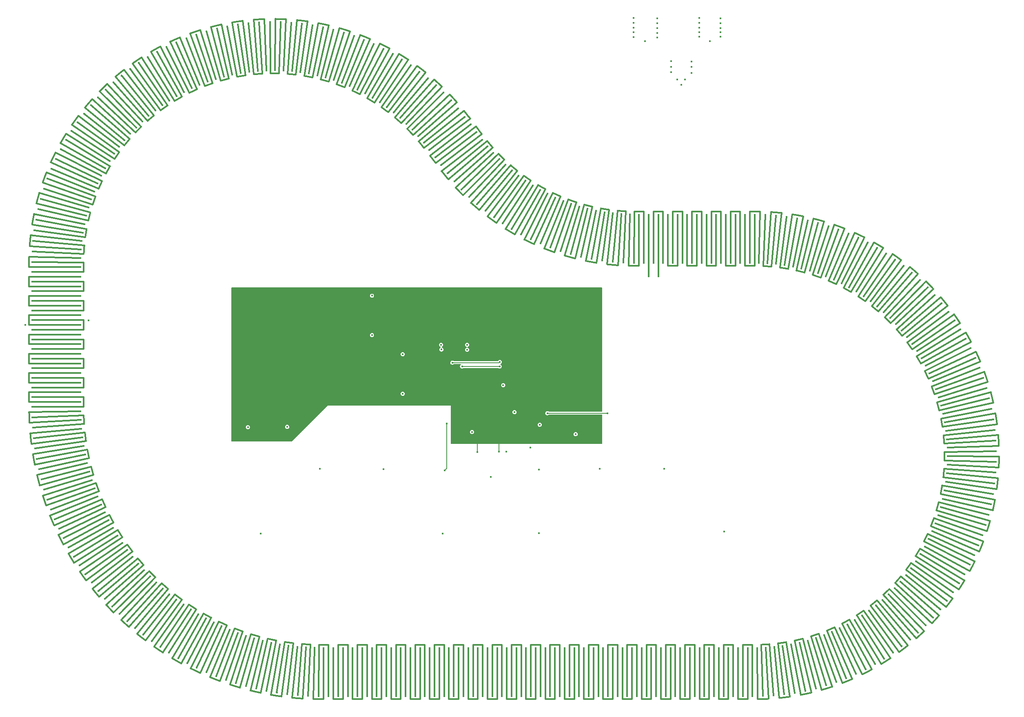
<source format=gbr>
%TF.GenerationSoftware,KiCad,Pcbnew,6.0.2+dfsg-1*%
%TF.CreationDate,2022-11-18T11:13:06-08:00*%
%TF.ProjectId,slot_track,736c6f74-5f74-4726-9163-6b2e6b696361,rev?*%
%TF.SameCoordinates,Original*%
%TF.FileFunction,Copper,L2,Inr*%
%TF.FilePolarity,Positive*%
%FSLAX46Y46*%
G04 Gerber Fmt 4.6, Leading zero omitted, Abs format (unit mm)*
G04 Created by KiCad (PCBNEW 6.0.2+dfsg-1) date 2022-11-18 11:13:06*
%MOMM*%
%LPD*%
G01*
G04 APERTURE LIST*
%TA.AperFunction,ViaPad*%
%ADD10C,0.450000*%
%TD*%
%TA.AperFunction,Conductor*%
%ADD11C,0.200000*%
%TD*%
%TA.AperFunction,Conductor*%
%ADD12C,0.300000*%
%TD*%
G04 APERTURE END LIST*
D10*
%TO.N,/1A_P*%
X228650000Y-116700000D03*
X226650000Y-116700000D03*
%TO.N,GND*%
X191100000Y-153200000D03*
%TO.N,/FWD2*%
X197100000Y-153125000D03*
%TO.N,GND*%
X200250000Y-149400000D03*
%TO.N,/G1_P*%
X97300000Y-126800000D03*
%TO.N,/1B_P*%
X181121846Y-90412355D03*
X182334180Y-92003030D03*
%TO.N,/1A_P*%
X188469055Y-83555350D03*
X189681389Y-85146025D03*
%TO.N,/1B_P*%
X183546291Y-93593414D03*
%TO.N,/1A_P*%
X190893500Y-86736409D03*
%TO.N,/1B_P*%
X184859700Y-95283799D03*
%TO.N,/1A_P*%
X192087855Y-88302296D03*
%TO.N,/1B_P*%
X186293444Y-96980163D03*
X187801765Y-98611857D03*
%TO.N,/1A_P*%
X193204412Y-89684539D03*
X194381766Y-91016385D03*
%TO.N,/1B_P*%
X189380409Y-100174278D03*
X191027596Y-101665664D03*
%TO.N,/1A_P*%
X195616595Y-92294075D03*
X196907508Y-93516170D03*
%TO.N,/1B_P*%
X192738680Y-103081809D03*
X194511732Y-104421117D03*
%TO.N,/1A_P*%
X198250863Y-94679224D03*
X199645147Y-95781924D03*
%TO.N,/1B_P*%
X196341750Y-105679810D03*
X198226673Y-106856468D03*
%TO.N,/1A_P*%
X201086425Y-96821160D03*
X202573074Y-97795761D03*
%TO.N,/1B_P*%
X200161182Y-107947774D03*
X202143099Y-108952496D03*
%TO.N,/1A_P*%
X204100900Y-98702979D03*
X205668181Y-99541789D03*
%TO.N,/1B_P*%
X204166831Y-109867801D03*
X206230098Y-110692658D03*
%TO.N,/1A_P*%
X207270497Y-100309827D03*
X208906040Y-101006226D03*
%TO.N,/1B_P*%
X208327079Y-111424738D03*
X210455413Y-112063218D03*
%TO.N,/1A_P*%
X210570197Y-101629023D03*
X212261094Y-102177514D03*
%TO.N,/1B_P*%
X212609093Y-112606295D03*
X214785695Y-113053359D03*
%TO.N,/1A_P*%
X213973959Y-102650154D03*
X215706863Y-103046408D03*
%TO.N,/1B_P*%
X216979076Y-113403148D03*
X219186766Y-113655267D03*
%TO.N,/1A_P*%
X217454917Y-103365160D03*
X219216151Y-103606051D03*
%TO.N,/1B_P*%
X221402744Y-113809016D03*
X223624098Y-113864192D03*
%TO.N,/1A_P*%
X220985763Y-103768411D03*
X222761426Y-103852029D03*
%TO.N,/1B_P*%
X225636121Y-113864362D03*
X227636121Y-113864362D03*
%TO.N,/1A_P*%
X224636121Y-103864362D03*
X226636121Y-103864362D03*
%TO.N,/1B_P*%
X229635273Y-113864362D03*
X231635273Y-113864362D03*
%TO.N,/1A_P*%
X228635273Y-103864362D03*
X230635273Y-103864362D03*
%TO.N,/1B_P*%
X233634425Y-113864362D03*
X235634425Y-113864362D03*
%TO.N,/1A_P*%
X232634425Y-103864362D03*
X234634425Y-103864362D03*
%TO.N,/1B_P*%
X237633577Y-113864362D03*
X239633577Y-113864362D03*
%TO.N,/1A_P*%
X236633577Y-103864362D03*
X238633577Y-103864362D03*
%TO.N,/1B_P*%
X241632730Y-113864362D03*
X243632730Y-113864362D03*
%TO.N,/1A_P*%
X240632730Y-103864362D03*
X242632730Y-103864362D03*
%TO.N,/1B_P*%
X245631882Y-113864362D03*
X247631882Y-113864362D03*
%TO.N,/1A_P*%
X244631882Y-103864362D03*
X246631882Y-103864362D03*
X248631867Y-103864362D03*
%TO.N,/1B_P*%
X249527825Y-113872874D03*
X251303825Y-113949026D03*
%TO.N,/1A_P*%
X250844638Y-103910263D03*
%TO.N,/1B_P*%
X253073938Y-114103927D03*
X254836170Y-114337404D03*
%TO.N,/1A_P*%
X253061035Y-104054676D03*
X255269767Y-104297503D03*
%TO.N,/1B_P*%
X256585550Y-114648798D03*
X258320106Y-115037757D03*
%TO.N,/1A_P*%
X257464601Y-104638059D03*
X259643064Y-105075960D03*
%TO.N,/1B_P*%
X260034945Y-115503184D03*
X261728135Y-116044555D03*
%TO.N,/1A_P*%
X261799011Y-105609970D03*
X263930012Y-106239488D03*
%TO.N,/1B_P*%
X263394898Y-116660343D03*
X265033357Y-117349854D03*
%TO.N,/1A_P*%
X266030056Y-106962738D03*
X268096776Y-107778904D03*
%TO.N,/1B_P*%
X266638890Y-118111143D03*
X268209687Y-118943351D03*
%TO.N,/1A_P*%
X270124341Y-108685685D03*
X272110468Y-109682059D03*
%TO.N,/1B_P*%
X269741317Y-119844131D03*
X271232054Y-120812468D03*
%TO.N,/1A_P*%
X274049552Y-110765214D03*
X275939410Y-111933931D03*
%TO.N,/1B_P*%
X272677693Y-121845630D03*
X274076604Y-122942453D03*
%TO.N,/1A_P*%
X277774708Y-113184911D03*
X279553381Y-114516746D03*
%TO.N,/1B_P*%
X275424842Y-124099843D03*
X276720886Y-125316496D03*
%TO.N,/1A_P*%
X281270408Y-115925679D03*
X282923857Y-117410121D03*
%TO.N,/1B_P*%
X277961081Y-126588978D03*
X279144028Y-127915858D03*
%TO.N,/1A_P*%
X284509061Y-118965884D03*
X286024235Y-120591217D03*
%TO.N,/1B_P*%
X280266392Y-129293390D03*
X281326907Y-130720023D03*
%TO.N,/1A_P*%
X287465105Y-122281533D03*
X288830047Y-124034927D03*
%TO.N,/1B_P*%
X282322581Y-132191732D03*
X283252293Y-133706859D03*
%TO.N,/1A_P*%
X290115210Y-125846455D03*
X291319146Y-127714073D03*
%TO.N,/1B_P*%
X284113419Y-135261130D03*
X284904989Y-136852793D03*
%TO.N,/1A_P*%
X292438458Y-129632513D03*
X293471886Y-131599614D03*
%TO.N,/1B_P*%
X285624771Y-138477357D03*
X286271952Y-140132993D03*
%TO.N,/1A_P*%
X294416514Y-133609826D03*
X295271277Y-135660884D03*
%TO.N,/1B_P*%
X286844708Y-141815029D03*
X287342393Y-143521571D03*
%TO.N,/1A_P*%
X296033765Y-137747002D03*
X296703117Y-139865828D03*
%TO.N,/1B_P*%
X287763602Y-145247803D03*
X288107862Y-146991781D03*
%TO.N,/1A_P*%
X297277446Y-142011387D03*
X297756104Y-144181259D03*
%TO.N,/1B_P*%
X288374201Y-148748585D03*
X288562319Y-150516234D03*
%TO.N,/1A_P*%
X298137742Y-146369323D03*
X298421928Y-148573115D03*
%TO.N,/1B_P*%
X288671685Y-152289744D03*
X288702176Y-154067113D03*
%TO.N,/1A_P*%
X298607862Y-150786416D03*
X298695334Y-153006733D03*
%TO.N,/1B_P*%
X288653706Y-155843330D03*
X288526329Y-157616392D03*
%TO.N,/1A_P*%
X298684096Y-155227802D03*
X298574163Y-157447121D03*
%TO.N,/1B_P*%
X288320406Y-159381298D03*
X288036167Y-161136058D03*
%TO.N,/1A_P*%
X298365843Y-159658427D03*
X298059372Y-161859230D03*
%TO.N,/1B_P*%
X287674415Y-162875722D03*
X287235558Y-164598330D03*
%TO.N,/1A_P*%
X297655614Y-164043322D03*
X297155024Y-166208239D03*
%TO.N,/1B_P*%
X286720833Y-166299022D03*
X286130821Y-167975882D03*
%TO.N,/1A_P*%
X296559014Y-168347876D03*
X295868257Y-170459822D03*
%TO.N,/1B_P*%
X285467186Y-169624179D03*
X284730675Y-171242056D03*
%TO.N,/1A_P*%
X295084700Y-172538117D03*
X294209226Y-174580421D03*
%TO.N,/1B_P*%
X283923367Y-172824949D03*
X283046172Y-174371074D03*
%TO.N,/1A_P*%
X293244306Y-176580972D03*
X292191027Y-178537515D03*
%TO.N,/1B_P*%
X282101563Y-175876069D03*
X281090606Y-177338238D03*
%TO.N,/1A_P*%
X291052360Y-180444532D03*
X289829588Y-182299872D03*
%TO.N,/1B_P*%
X280016152Y-178753457D03*
X278879413Y-180120130D03*
%TO.N,/1A_P*%
X288526161Y-184098302D03*
X287143547Y-185837796D03*
%TO.N,/1B_P*%
X277683594Y-181434403D03*
X276430044Y-182694794D03*
%TO.N,/1A_P*%
X285685647Y-187513446D03*
X284154104Y-189123364D03*
%TO.N,/1B_P*%
X275122298Y-183897748D03*
X273761832Y-185041909D03*
%TO.N,/1A_P*%
X282553239Y-190663008D03*
X280884855Y-192130643D03*
%TO.N,/1B_P*%
X272352481Y-186124048D03*
X270895835Y-187142948D03*
%TO.N,/1A_P*%
X279153659Y-193522129D03*
X277361601Y-194835898D03*
%TO.N,/1B_P*%
X269396003Y-188095733D03*
X267854675Y-188981330D03*
%TO.N,/1A_P*%
X275513738Y-196068244D03*
X273612152Y-197217778D03*
%TO.N,/1B_P*%
X266276199Y-189797241D03*
X264662355Y-190542545D03*
%TO.N,/1A_P*%
X271662207Y-198281257D03*
X269666100Y-199257483D03*
%TO.N,/1B_P*%
X263017693Y-191215141D03*
X261344069Y-191814270D03*
%TO.N,/1A_P*%
X267629463Y-200143702D03*
X265554590Y-200938914D03*
%TO.N,/1B_P*%
X259646204Y-192338243D03*
X257926010Y-192786469D03*
%TO.N,/1A_P*%
X263447336Y-201640877D03*
X261310074Y-202248800D03*
%TO.N,/1B_P*%
X256188340Y-193157683D03*
X254435153Y-193451467D03*
%TO.N,/1A_P*%
X259148834Y-202760968D03*
X256966051Y-203176803D03*
%TO.N,/1B_P*%
X252671394Y-193666992D03*
X250899052Y-193804017D03*
%TO.N,/1A_P*%
X254767884Y-203495133D03*
X252556808Y-203715599D03*
%TO.N,/1B_P*%
X249122649Y-193862158D03*
%TO.N,/1A_P*%
X250338468Y-203837597D03*
%TO.N,/1B_P*%
X247175689Y-193864362D03*
%TO.N,/1A_P*%
X248175689Y-203864362D03*
%TO.N,/1B_P*%
X245176537Y-193864362D03*
X243176537Y-193864362D03*
%TO.N,/1A_P*%
X246176537Y-203864362D03*
X244176537Y-203864362D03*
%TO.N,/1B_P*%
X241177385Y-193864362D03*
X239177385Y-193864362D03*
%TO.N,/1A_P*%
X242177385Y-203864362D03*
X240177385Y-203864362D03*
%TO.N,/1B_P*%
X237178233Y-193864362D03*
X235178233Y-193864362D03*
%TO.N,/1A_P*%
X238178233Y-203864362D03*
X236178233Y-203864362D03*
%TO.N,/1B_P*%
X233179081Y-193864362D03*
X231179081Y-193864362D03*
%TO.N,/1A_P*%
X234179081Y-203864362D03*
X232179081Y-203864362D03*
%TO.N,/1B_P*%
X229179928Y-193864362D03*
X227179928Y-193864362D03*
%TO.N,/1A_P*%
X230179928Y-203864362D03*
X228179928Y-203864362D03*
%TO.N,/1B_P*%
X225180776Y-193864362D03*
X223180776Y-193864362D03*
%TO.N,/1A_P*%
X226180776Y-203864362D03*
X224180776Y-203864362D03*
%TO.N,/1B_P*%
X221181624Y-193864362D03*
X219181624Y-193864362D03*
%TO.N,/1A_P*%
X222181624Y-203864362D03*
X220181624Y-203864362D03*
%TO.N,/1B_P*%
X217182472Y-193864362D03*
X215182472Y-193864362D03*
%TO.N,/1A_P*%
X218182472Y-203864362D03*
X216182472Y-203864362D03*
%TO.N,/1B_P*%
X213183320Y-193864362D03*
X211183320Y-193864362D03*
%TO.N,/1A_P*%
X214183320Y-203864362D03*
X212183320Y-203864362D03*
%TO.N,/1B_P*%
X209184167Y-193864362D03*
X207184167Y-193864362D03*
%TO.N,/1A_P*%
X210184167Y-203864362D03*
X208184167Y-203864362D03*
%TO.N,/1B_P*%
X205185015Y-193864362D03*
X203185015Y-193864362D03*
%TO.N,/1A_P*%
X206185015Y-203864362D03*
X204185015Y-203864362D03*
%TO.N,/1B_P*%
X201185863Y-193864362D03*
X199185863Y-193864362D03*
%TO.N,/1A_P*%
X202185863Y-203864362D03*
X200185863Y-203864362D03*
%TO.N,/1B_P*%
X197186711Y-193864362D03*
X195186711Y-193864362D03*
%TO.N,/1A_P*%
X198186711Y-203864362D03*
X196186711Y-203864362D03*
%TO.N,/1B_P*%
X193187559Y-193864362D03*
X191187559Y-193864362D03*
%TO.N,/1A_P*%
X194187559Y-203864362D03*
X192187559Y-203864362D03*
%TO.N,/1B_P*%
X189188406Y-193864362D03*
X187188406Y-193864362D03*
%TO.N,/1A_P*%
X190188406Y-203864362D03*
X188188406Y-203864362D03*
%TO.N,/1B_P*%
X185189254Y-193864362D03*
X183189254Y-193864362D03*
%TO.N,/1A_P*%
X186189254Y-203864362D03*
X184189254Y-203864362D03*
%TO.N,/1B_P*%
X181190102Y-193864362D03*
X179190102Y-193864362D03*
%TO.N,/1A_P*%
X182190102Y-203864362D03*
X180190102Y-203864362D03*
%TO.N,/1B_P*%
X177190950Y-193864362D03*
X175190950Y-193864362D03*
%TO.N,/1A_P*%
X178190950Y-203864362D03*
X176190950Y-203864362D03*
%TO.N,/1B_P*%
X173191798Y-193864362D03*
X171191798Y-193864362D03*
%TO.N,/1A_P*%
X174191798Y-203864362D03*
X172191798Y-203864362D03*
%TO.N,/1B_P*%
X169192645Y-193864362D03*
X167192645Y-193864362D03*
%TO.N,/1A_P*%
X170192645Y-203864362D03*
X168192645Y-203864362D03*
%TO.N,/1B_P*%
X165193493Y-193864362D03*
X163193493Y-193864362D03*
%TO.N,/1A_P*%
X166193493Y-203864362D03*
X164193493Y-203864362D03*
%TO.N,/1B_P*%
X161194233Y-193864362D03*
X159194233Y-193864362D03*
%TO.N,/1A_P*%
X162194233Y-203864362D03*
X160194233Y-203864362D03*
%TO.N,/1B_P*%
X157332406Y-193845582D03*
X155516213Y-193762723D03*
%TO.N,/1A_P*%
X158149060Y-203861808D03*
X155968182Y-203802017D03*
%TO.N,/1B_P*%
X153705001Y-193613966D03*
X151899627Y-193399383D03*
%TO.N,/1A_P*%
X153791840Y-203663054D03*
X151621068Y-203444985D03*
%TO.N,/1B_P*%
X150104007Y-193119439D03*
X148318992Y-192774267D03*
%TO.N,/1A_P*%
X149460573Y-203148283D03*
X147311379Y-202773088D03*
%TO.N,/1B_P*%
X146548455Y-192364615D03*
X144793233Y-191890678D03*
%TO.N,/1A_P*%
X145178147Y-202320215D03*
X143061889Y-201789878D03*
%TO.N,/1B_P*%
X143057133Y-191353482D03*
X141340980Y-190753284D03*
%TO.N,/1A_P*%
X140967194Y-201183226D03*
X138895056Y-200500549D03*
%TO.N,/1B_P*%
X139648494Y-190091384D03*
X137980478Y-189368097D03*
%TO.N,/1A_P*%
X136849968Y-199743325D03*
X134832900Y-198911915D03*
%TO.N,/1B_P*%
X136340550Y-188584991D03*
X134729487Y-187742438D03*
%TO.N,/1A_P*%
X132848226Y-198008122D03*
X130896888Y-197032373D03*
%TO.N,/1B_P*%
X133150783Y-186842264D03*
X131605187Y-185884896D03*
%TO.N,/1A_P*%
X128983117Y-195986785D03*
X127107821Y-194871854D03*
%TO.N,/1B_P*%
X130096050Y-184872411D03*
X128624088Y-183805289D03*
%TO.N,/1A_P*%
X125275067Y-193689998D03*
X123485724Y-192441777D03*
%TO.N,/1B_P*%
X127192494Y-182685844D03*
X125801945Y-181514607D03*
%TO.N,/1A_P*%
X121743671Y-191129898D03*
X120049736Y-189754984D03*
%TO.N,/1B_P*%
X124455459Y-180294118D03*
X123153673Y-179024956D03*
%TO.N,/1A_P*%
X118407592Y-188320015D03*
X116818018Y-186825673D03*
%TO.N,/1B_P*%
X121899410Y-177709872D03*
X120693265Y-176349491D03*
%TO.N,/1A_P*%
X115284460Y-185275198D03*
X113807647Y-183669325D03*
%TO.N,/1B_P*%
X119537855Y-174946763D03*
X118433726Y-173502353D03*
%TO.N,/1A_P*%
X112390780Y-182011537D03*
X111034532Y-180302620D03*
%TO.N,/1B_P*%
X117383274Y-172019394D03*
X116386996Y-170498588D03*
%TO.N,/1A_P*%
X109741843Y-178546280D03*
X108513328Y-176743351D03*
%TO.N,/1B_P*%
X115447053Y-168943233D03*
X114563890Y-167354069D03*
%TO.N,/1A_P*%
X107351650Y-174897741D03*
X106257359Y-173010326D03*
%TO.N,/1B_P*%
X113739424Y-165734539D03*
X112974044Y-164085414D03*
%TO.N,/1A_P*%
X105232830Y-171085200D03*
X104278547Y-169123274D03*
%TO.N,/1B_P*%
X112269412Y-162410268D03*
X111625860Y-160709897D03*
%TO.N,/1A_P*%
X103396581Y-167128805D03*
X102587350Y-165102737D03*
%TO.N,/1B_P*%
X111044785Y-158987988D03*
X110526462Y-157245357D03*
%TO.N,/1A_P*%
X101852608Y-163049465D03*
X101192705Y-160969962D03*
%TO.N,/1B_P*%
X110072015Y-155485784D03*
X109681660Y-153710103D03*
%TO.N,/1A_P*%
X100609070Y-158868738D03*
X100101982Y-156746789D03*
%TO.N,/1B_P*%
X109356244Y-151922164D03*
X109095919Y-150122817D03*
%TO.N,/1A_P*%
X99672539Y-154608717D03*
X99320945Y-152455536D03*
%TO.N,/1B_P*%
X108901252Y-148315962D03*
X108772334Y-146502457D03*
%TO.N,/1A_P*%
X99047963Y-150291916D03*
X98853722Y-148118882D03*
%TO.N,/1B_P*%
X108709439Y-144685830D03*
%TO.N,/1A_P*%
X98738626Y-145940663D03*
%TO.N,/1B_P*%
X108702691Y-142768462D03*
%TO.N,/1A_P*%
X98702691Y-143768462D03*
%TO.N,/1B_P*%
X108702691Y-140769310D03*
X108702691Y-138769310D03*
%TO.N,/1A_P*%
X98702691Y-141769310D03*
X98702691Y-139769310D03*
%TO.N,/1B_P*%
X108702691Y-136770158D03*
X108702691Y-134770158D03*
%TO.N,/1A_P*%
X98702691Y-137770158D03*
X98702691Y-135770158D03*
%TO.N,/1B_P*%
X108702691Y-132771006D03*
X108702691Y-130771006D03*
%TO.N,/1A_P*%
X98702691Y-133771006D03*
X98702691Y-131771006D03*
%TO.N,/1B_P*%
X108702691Y-128771853D03*
X108702691Y-126771853D03*
%TO.N,/1A_P*%
X98702691Y-129771853D03*
X98702691Y-127771853D03*
%TO.N,/1B_P*%
X108702691Y-124772701D03*
X108702691Y-122772701D03*
%TO.N,/1A_P*%
X98702691Y-125772701D03*
X98702691Y-123772701D03*
%TO.N,/1B_P*%
X108702691Y-120773549D03*
X108702691Y-118773549D03*
%TO.N,/1A_P*%
X98702691Y-121773549D03*
X98702691Y-119773549D03*
%TO.N,/1B_P*%
X108702691Y-116774378D03*
X108702691Y-114774378D03*
%TO.N,/1A_P*%
X98702691Y-117774378D03*
X98702691Y-115774378D03*
%TO.N,/1B_P*%
X108714405Y-112896352D03*
X108796902Y-111120636D03*
%TO.N,/1A_P*%
X98702789Y-113765343D03*
X98756562Y-111543954D03*
%TO.N,/1B_P*%
X108958127Y-109351087D03*
X109197898Y-107589701D03*
%TO.N,/1A_P*%
X98908894Y-109328086D03*
X99159611Y-107120237D03*
%TO.N,/1B_P*%
X109515540Y-105841445D03*
X109910693Y-104108289D03*
%TO.N,/1A_P*%
X99508006Y-104926634D03*
X99953687Y-102749749D03*
%TO.N,/1B_P*%
X110382245Y-102395124D03*
X110929662Y-100703880D03*
%TO.N,/1A_P*%
X100495396Y-100595723D03*
X101132524Y-98466985D03*
%TO.N,/1B_P*%
X111551401Y-99039327D03*
X112246761Y-97403341D03*
%TO.N,/1A_P*%
X101863272Y-96369539D03*
X102686817Y-94305748D03*
%TO.N,/1B_P*%
X113013781Y-95800539D03*
X113851596Y-94232725D03*
%TO.N,/1A_P*%
X103600836Y-92281435D03*
X104604299Y-90298881D03*
%TO.N,/1B_P*%
X114757842Y-92704323D03*
X115731499Y-91217055D03*
%TO.N,/1A_P*%
X105694376Y-88363679D03*
X106869837Y-86478009D03*
%TO.N,/1B_P*%
X116769819Y-89775117D03*
X117871634Y-88380133D03*
%TO.N,/1A_P*%
X108127366Y-84647191D03*
X109465548Y-82873289D03*
%TO.N,/1B_P*%
X119033833Y-87036039D03*
X120255108Y-85744350D03*
%TO.N,/1A_P*%
X110880606Y-81161306D03*
X112370945Y-79513172D03*
%TO.N,/1B_P*%
X121532014Y-84508710D03*
X122863111Y-83330510D03*
%TO.N,/1A_P*%
X113932363Y-77933536D03*
X115563098Y-76424178D03*
%TO.N,/1B_P*%
X124244644Y-82213075D03*
X125675057Y-81157664D03*
%TO.N,/1A_P*%
X117258551Y-74989356D03*
X119016811Y-73630688D03*
%TO.N,/1B_P*%
X127150314Y-80167254D03*
X128668753Y-79242962D03*
%TO.N,/1A_P*%
X120832918Y-72352005D03*
X122704826Y-71154749D03*
%TO.N,/1B_P*%
X130226091Y-78387394D03*
X131820571Y-77601515D03*
%TO.N,/1A_P*%
X124627253Y-70042298D03*
X126598034Y-69015905D03*
%TO.N,/1B_P*%
X133447697Y-76887543D03*
X135105635Y-76246280D03*
%TO.N,/1A_P*%
X128611608Y-68078465D03*
X130665706Y-67231035D03*
%TO.N,/1B_P*%
X136789707Y-75679538D03*
X138498015Y-75187953D03*
%TO.N,/1A_P*%
X132754535Y-66476006D03*
X134875740Y-65814228D03*
%TO.N,/1B_P*%
X140225741Y-74772914D03*
X141970938Y-74434887D03*
%TO.N,/1A_P*%
X137023336Y-65247568D03*
X139194905Y-64776665D03*
%TO.N,/1B_P*%
X143728682Y-74174827D03*
X145496993Y-73993025D03*
%TO.N,/1A_P*%
X141384319Y-64402847D03*
X143589112Y-64126536D03*
%TO.N,/1B_P*%
X147270881Y-73889996D03*
X149048349Y-73865856D03*
%TO.N,/1A_P*%
X145803063Y-63948511D03*
X148023678Y-63868973D03*
%TO.N,/1B_P*%
X150824381Y-73920671D03*
X152596977Y-74054382D03*
%TO.N,/1A_P*%
X150244693Y-63888146D03*
X152463605Y-64006008D03*
%TO.N,/1B_P*%
X154361135Y-74266610D03*
X156114868Y-74557116D03*
%TO.N,/1A_P*%
X154674153Y-64222226D03*
X156873847Y-64536559D03*
%TO.N,/1B_P*%
X157853229Y-74925081D03*
X159574258Y-75370090D03*
%TO.N,/1A_P*%
X159056482Y-64948117D03*
X161219597Y-65456439D03*
%TO.N,/1B_P*%
X161273100Y-75890887D03*
X162947841Y-76486887D03*
%TO.N,/1A_P*%
X163357091Y-66060089D03*
X165466555Y-66758387D03*
%TO.N,/1B_P*%
X164593757Y-77156407D03*
X166208992Y-77898693D03*
%TO.N,/1A_P*%
X167542038Y-67549365D03*
X169581201Y-68432129D03*
%TO.N,/1B_P*%
X167788991Y-78711650D03*
X169331972Y-79594364D03*
%TO.N,/1A_P*%
X171578291Y-69404190D03*
X173531059Y-70464453D03*
%TO.N,/1B_P*%
X170833582Y-80544344D03*
X172292130Y-81560518D03*
%TO.N,/1A_P*%
X175433995Y-71609926D03*
X177284955Y-72839319D03*
%TO.N,/1B_P*%
X173703502Y-82640022D03*
X175066105Y-83781637D03*
%TO.N,/1A_P*%
X179078717Y-74149163D03*
X180813260Y-75537983D03*
%TO.N,/1B_P*%
X176376097Y-84982143D03*
X177632002Y-86240189D03*
%TO.N,/1A_P*%
X182483690Y-77001860D03*
X184088126Y-78539145D03*
%TO.N,/1B_P*%
X178830275Y-87552224D03*
X179969568Y-88916770D03*
%TO.N,/1A_P*%
X185622041Y-80145501D03*
X187083706Y-81819118D03*
%TO.N,/STOP*%
X193850000Y-158350000D03*
%TO.N,GND*%
X223500000Y-66000000D03*
X166650000Y-128750000D03*
X225900000Y-67850000D03*
X237100000Y-63000000D03*
X228400000Y-66100000D03*
X198800000Y-144050000D03*
X241500000Y-65100000D03*
X202600000Y-142450000D03*
X228400000Y-65100000D03*
X174950000Y-136800000D03*
X223500000Y-65000000D03*
X237100000Y-64000000D03*
X241500000Y-66900000D03*
X223500000Y-67000000D03*
X211300000Y-147500000D03*
X204025000Y-150100000D03*
X237100000Y-66900000D03*
X241500000Y-66000000D03*
X241500000Y-63100000D03*
X173050000Y-141000000D03*
X223500000Y-64000000D03*
X239300000Y-67800000D03*
X168650000Y-124750000D03*
X223500000Y-63000000D03*
X147600000Y-147350000D03*
X228400000Y-64100000D03*
X241500000Y-64100000D03*
X228400000Y-63100000D03*
X143450000Y-145500000D03*
X237100000Y-65000000D03*
X190700000Y-146450000D03*
X189250000Y-148400000D03*
X228400000Y-67100000D03*
X195200000Y-137850000D03*
X237100000Y-66000000D03*
%TO.N,VBUS*%
X235550000Y-73200000D03*
X175600000Y-132850000D03*
X235550000Y-72050000D03*
X233410000Y-76860000D03*
X234200000Y-75800000D03*
X235550000Y-74400000D03*
X231300000Y-72000000D03*
X169200000Y-120700000D03*
X175600000Y-141050000D03*
X169200000Y-128900000D03*
X211450000Y-149450000D03*
X143450000Y-148000000D03*
X231300000Y-74300000D03*
X151600000Y-147950000D03*
X232600000Y-75800000D03*
X231300000Y-73200000D03*
%TO.N,VCC*%
X198800000Y-144900000D03*
X190000000Y-149000000D03*
X196450000Y-139300000D03*
X204000000Y-147500000D03*
X205600000Y-145100000D03*
X218100000Y-145100000D03*
%TO.N,/SWDIO*%
X185900000Y-134600000D03*
X195750000Y-134450000D03*
%TO.N,Net-(U1-Pad37)*%
X187900000Y-135400000D03*
X195700000Y-135400000D03*
%TO.N,/1A_P*%
X183600000Y-131880000D03*
X188970000Y-131910000D03*
%TO.N,/G1_P*%
X110400000Y-125800000D03*
%TO.N,/FWD1*%
X184730000Y-147210000D03*
X184340000Y-156980000D03*
X146100000Y-170150000D03*
X183850000Y-170150000D03*
%TO.N,/FWD3*%
X158360000Y-156670000D03*
%TO.N,GND*%
X195600000Y-153125000D03*
%TO.N,/FWD2*%
X171620000Y-156720000D03*
%TO.N,/REV1*%
X203900000Y-170050000D03*
X202050000Y-152250000D03*
X203830000Y-156800000D03*
X242300000Y-169700000D03*
%TO.N,/REV3*%
X216490000Y-156640000D03*
%TO.N,/REV2*%
X229810000Y-156660000D03*
%TO.N,Net-(C8-Pad2)*%
X183570000Y-130890000D03*
X188970000Y-130890000D03*
%TD*%
D11*
%TO.N,GND*%
X191100000Y-153200000D02*
X191100000Y-146850000D01*
X191100000Y-146850000D02*
X190700000Y-146450000D01*
X195600000Y-153125000D02*
X195600000Y-151175000D01*
X195600000Y-151175000D02*
X195625000Y-151150000D01*
X195625000Y-151150000D02*
X195625000Y-150650000D01*
X195625000Y-150650000D02*
X196875000Y-149400000D01*
X196875000Y-149400000D02*
X200250000Y-149400000D01*
D12*
%TO.N,/1A_P*%
X228636121Y-116686121D02*
X228650000Y-116700000D01*
X228636121Y-114514362D02*
X228636121Y-116686121D01*
X226636121Y-116686121D02*
X226650000Y-116700000D01*
X226636121Y-114514362D02*
X226636121Y-116686121D01*
D11*
%TO.N,VCC*%
X205600000Y-145100000D02*
X218100000Y-145100000D01*
%TO.N,/SWDIO*%
X195600000Y-134600000D02*
X185900000Y-134600000D01*
X195750000Y-134450000D02*
X195600000Y-134600000D01*
%TO.N,Net-(U1-Pad37)*%
X195700000Y-135400000D02*
X187900000Y-135400000D01*
D12*
%TO.N,/1B_P*%
X189592577Y-83957185D02*
X188986539Y-83162016D01*
X181121846Y-90412355D02*
X189592191Y-83956679D01*
X190804525Y-85547354D02*
X182334180Y-92003030D01*
X191410692Y-86342692D02*
X190804653Y-85547523D01*
%TO.N,/1A_P*%
X181211044Y-91601701D02*
X189681389Y-85146025D01*
X182423377Y-93192376D02*
X181211301Y-91602038D01*
X190893722Y-86736700D02*
X182423377Y-93192376D01*
%TO.N,/1B_P*%
X192016730Y-87137861D02*
X191410692Y-86342692D01*
X183546291Y-93593414D02*
X192016636Y-87137738D01*
X193144329Y-88591459D02*
X184859700Y-95283799D01*
X193144445Y-88591603D02*
G75*
G03*
X193701333Y-89265528I30614328J24730649D01*
G01*
%TO.N,/1A_P*%
X183656565Y-94808896D02*
X192087855Y-88302296D01*
X183656856Y-94809274D02*
G75*
G03*
X185071021Y-96559890I40098198J30945227D01*
G01*
X193204899Y-89685115D02*
X185071021Y-96559890D01*
%TO.N,/1B_P*%
X193701334Y-89265528D02*
G75*
G03*
X194273055Y-89926914I30036989J25387035D01*
G01*
X186293444Y-96980163D02*
X194272686Y-89926498D01*
X195459735Y-91210641D02*
X187801765Y-98611857D01*
X195459864Y-91210774D02*
G75*
G03*
X196074366Y-91832614I28297593J27349123D01*
G01*
%TO.N,/1A_P*%
X186561230Y-98245611D02*
X194381766Y-91016385D01*
X186561553Y-98245961D02*
G75*
G03*
X188125510Y-99864157I37192842J34381339D01*
G01*
X195617131Y-92294605D02*
X188125510Y-99864157D01*
%TO.N,/1B_P*%
X196074367Y-91832613D02*
G75*
G03*
X196702532Y-92440647I27669942J27957550D01*
G01*
X189380409Y-100174278D02*
X196702127Y-92440266D01*
X197998464Y-93613987D02*
X191027596Y-101665664D01*
X197998605Y-93614107D02*
G75*
G03*
X198665872Y-94178954I25758697J29752801D01*
G01*
%TO.N,/1A_P*%
X189759451Y-101410964D02*
X196907508Y-93516170D01*
X189759805Y-101411284D02*
G75*
G03*
X191461210Y-102884288I33995061J37547154D01*
G01*
X198251444Y-94679704D02*
X191461209Y-102884289D01*
%TO.N,/1B_P*%
X198665871Y-94178955D02*
G75*
G03*
X199345523Y-94728838I25055192J30273099D01*
G01*
X192738680Y-103081809D02*
X199345087Y-94728493D01*
X200740478Y-95782528D02*
X194511732Y-104421117D01*
X200740630Y-95782636D02*
G75*
G03*
X201455396Y-96286031I23013648J31917729D01*
G01*
%TO.N,/1A_P*%
X193225985Y-104279974D02*
X199645147Y-95781924D01*
X193226366Y-104280261D02*
G75*
G03*
X195051790Y-105596447I30528584J40416286D01*
G01*
X201087046Y-96821587D02*
X195051790Y-105596448D01*
%TO.N,/1B_P*%
X201455395Y-96286032D02*
G75*
G03*
X202181168Y-96773424I22288121J32405061D01*
G01*
X196341750Y-105679810D02*
X202180703Y-96773119D01*
X203664137Y-97699150D02*
X198226673Y-106856468D01*
X203664296Y-97699244D02*
G75*
G03*
X204420920Y-98137215I20088109J33830999D01*
G01*
%TO.N,/1A_P*%
X196933473Y-106829997D02*
X202573074Y-97795761D01*
X196933878Y-106830248D02*
G75*
G03*
X198868914Y-107979228I26819637J42963935D01*
G01*
X204101557Y-98703349D02*
X198868914Y-107979229D01*
%TO.N,/1B_P*%
X204420920Y-98137214D02*
G75*
G03*
X205187086Y-98558269I19327828J34261974D01*
G01*
X200161182Y-107947774D02*
X205186596Y-98558007D01*
X206746364Y-99348724D02*
X202143099Y-108952496D01*
X206746531Y-99348804D02*
G75*
G03*
X207539040Y-99717894I17011808J35492324D01*
G01*
%TO.N,/1A_P*%
X200852653Y-109040904D02*
X205668181Y-99541789D01*
X200853079Y-109041120D02*
G75*
G03*
X202882454Y-110013825I22901805J45177203D01*
G01*
X207271183Y-100310138D02*
X202882454Y-110013825D01*
%TO.N,/1B_P*%
X207539040Y-99717894D02*
G75*
G03*
X208339553Y-100069287I16205794J35831105D01*
G01*
X204166831Y-109867801D02*
X208339041Y-100069069D01*
X209962832Y-100718231D02*
X206230098Y-110692658D01*
X209963006Y-100718295D02*
G75*
G03*
X210785145Y-101015590I13792235J36855601D01*
G01*
%TO.N,/1A_P*%
X204952591Y-110895248D02*
X208906040Y-101006226D01*
X204953034Y-110895424D02*
G75*
G03*
X207060731Y-111684177I18802089J47032274D01*
G01*
X210570909Y-101629271D02*
X207060731Y-111684178D01*
%TO.N,/1B_P*%
X210785145Y-101015591D02*
G75*
G03*
X211613686Y-101294549I12963085J37132108D01*
G01*
X208327079Y-111424738D02*
X211613157Y-101294378D01*
X213288155Y-101796861D02*
X210455413Y-112063218D01*
X213288334Y-101796910D02*
G75*
G03*
X214133614Y-102020065I10467879J37938387D01*
G01*
%TO.N,/1A_P*%
X209200928Y-112378391D02*
X212261094Y-102177514D01*
X209201385Y-112378528D02*
G75*
G03*
X211370769Y-112977104I14553079J48513401D01*
G01*
X213974690Y-102650338D02*
X211370769Y-112977104D01*
%TO.N,/1B_P*%
X214133614Y-102020066D02*
G75*
G03*
X214983644Y-102224388I9620393J38152884D01*
G01*
X212609093Y-112606295D02*
X214983102Y-102224264D01*
X216696087Y-102576103D02*
X214785695Y-113053359D01*
X216696269Y-102576135D02*
G75*
G03*
X217558020Y-102723388I7057612J38707222D01*
G01*
%TO.N,/1A_P*%
X213564133Y-113478628D02*
X215706863Y-103046408D01*
X213564601Y-113478723D02*
G75*
G03*
X215778549Y-113882397I10189959J49613750D01*
G01*
X217455661Y-103365279D02*
X215778549Y-113882398D01*
%TO.N,/1B_P*%
X217558020Y-102723389D02*
G75*
G03*
X218422829Y-102851462I6203612J38905864D01*
G01*
X216979076Y-113403148D02*
X218422278Y-102851386D01*
X220159730Y-103049804D02*
X219186766Y-113655267D01*
X220159915Y-103049821D02*
G75*
G03*
X221031334Y-103120010I3593911J39174995D01*
G01*
%TO.N,/1A_P*%
X218007769Y-114187275D02*
X219216151Y-103606051D01*
X218008243Y-114187330D02*
G75*
G03*
X220249282Y-114392916I5746736J50326381D01*
G01*
X220986348Y-103768452D02*
X220249282Y-114392916D01*
%TO.N,/1B_P*%
X221031334Y-103120010D02*
G75*
G03*
X221904097Y-103170823I2723871J39264463D01*
G01*
X221402744Y-113809016D02*
X221903705Y-103170805D01*
X223651911Y-103214228D02*
X223624098Y-113864192D01*
X223651932Y-103214228D02*
G75*
G03*
X223754673Y-103214362I101800J38665597D01*
G01*
%TO.N,/1A_P*%
X222496974Y-114498745D02*
X222761426Y-103852029D01*
X222497241Y-114498751D02*
G75*
G03*
X223754673Y-114514362I1257357J50627853D01*
G01*
%TO.N,/1B_P*%
X224636969Y-103214362D02*
X223754673Y-103214362D01*
%TO.N,/1A_P*%
X224636969Y-114514362D02*
X223754673Y-114514362D01*
X224636969Y-103864362D02*
X224636969Y-114514362D01*
%TO.N,/1B_P*%
X225636757Y-103214362D02*
X224636969Y-103214362D01*
X225636121Y-113864362D02*
X225636121Y-103214362D01*
X227636121Y-103214362D02*
X227636121Y-113864362D01*
X228636121Y-103214362D02*
X227636333Y-103214362D01*
%TO.N,/1A_P*%
X226636121Y-114514362D02*
X226636121Y-103864362D01*
X228636121Y-103864362D02*
X228636121Y-114514362D01*
%TO.N,/1B_P*%
X229635909Y-103214362D02*
X228636121Y-103214362D01*
X229635273Y-113864362D02*
X229635273Y-103214362D01*
X231635273Y-103214362D02*
X231635273Y-113864362D01*
X232635273Y-103214362D02*
X231635485Y-103214362D01*
%TO.N,/1A_P*%
X230635273Y-114514362D02*
X230635273Y-103864362D01*
X232635273Y-114514362D02*
X230635697Y-114514362D01*
X232635273Y-103864362D02*
X232635273Y-114514362D01*
%TO.N,/1B_P*%
X233635061Y-103214362D02*
X232635273Y-103214362D01*
X233634425Y-113864362D02*
X233634425Y-103214362D01*
X235634425Y-103214362D02*
X235634425Y-113864362D01*
X236634425Y-103214362D02*
X235634637Y-103214362D01*
%TO.N,/1A_P*%
X234634425Y-114514362D02*
X234634425Y-103864362D01*
X236634425Y-114514362D02*
X234634849Y-114514362D01*
X236634425Y-103864362D02*
X236634425Y-114514362D01*
%TO.N,/1B_P*%
X237634213Y-103214362D02*
X236634425Y-103214362D01*
X237633577Y-113864362D02*
X237633577Y-103214362D01*
X239633577Y-103214362D02*
X239633577Y-113864362D01*
X240633577Y-103214362D02*
X239633789Y-103214362D01*
%TO.N,/1A_P*%
X238633577Y-114514362D02*
X238633577Y-103864362D01*
X240633577Y-114514362D02*
X238634001Y-114514362D01*
X240633577Y-103864362D02*
X240633577Y-114514362D01*
%TO.N,/1B_P*%
X241633365Y-103214362D02*
X240633577Y-103214362D01*
X241632730Y-113864362D02*
X241632730Y-103214362D01*
X243632730Y-103214362D02*
X243632730Y-113864362D01*
X244632730Y-103214362D02*
X243632942Y-103214362D01*
%TO.N,/1A_P*%
X242632730Y-114514362D02*
X242632730Y-103864362D01*
X244632730Y-114514362D02*
X242633153Y-114514362D01*
X244632730Y-103864362D02*
X244632730Y-114514362D01*
%TO.N,/1B_P*%
X245632518Y-103214362D02*
X244632730Y-103214362D01*
X245631882Y-113864362D02*
X245631882Y-103214362D01*
X247631882Y-103214362D02*
X247631882Y-113864362D01*
X248631882Y-103214362D02*
X247632094Y-103214362D01*
%TO.N,/1A_P*%
X246631882Y-114514362D02*
X246631882Y-103864362D01*
X248631882Y-114514362D02*
X246632306Y-114514362D01*
X248631882Y-103864362D02*
X248631882Y-114514362D01*
%TO.N,/1B_P*%
X248702690Y-103214362D02*
X248631882Y-103214362D01*
X248702690Y-103214362D02*
G75*
G02*
X249748233Y-103225155I212J-50626952D01*
G01*
X249527825Y-113872874D02*
X249747518Y-103225140D01*
X251996377Y-103321567D02*
X251303825Y-113949026D01*
X251996615Y-103321584D02*
G75*
G02*
X253118645Y-103407234I-3294065J-50545052D01*
G01*
%TO.N,/1A_P*%
X250388403Y-114550486D02*
X250844638Y-103910263D01*
X250388773Y-114550502D02*
G75*
G02*
X252133446Y-114664204I-1685966J-39312111D01*
G01*
X253061974Y-104054758D02*
X252133446Y-114664204D01*
%TO.N,/1B_P*%
X253118645Y-103407234D02*
G75*
G02*
X254238494Y-103517791I-4418235J-50479830D01*
G01*
X253073938Y-114103927D02*
X254237783Y-103517711D01*
X256469209Y-103813352D02*
X254836170Y-114337404D01*
X256469445Y-103813388D02*
G75*
G02*
X257579445Y-103998284I-7767358J-50054681D01*
G01*
%TO.N,/1A_P*%
X253870979Y-114855244D02*
X255269767Y-104297503D01*
X253871347Y-114855294D02*
G75*
G02*
X255599043Y-115123393I-5168399J-39007331D01*
G01*
X257465528Y-104638224D02*
X255599043Y-115123392D01*
%TO.N,/1B_P*%
X257579445Y-103998285D02*
G75*
G02*
X258685063Y-104207795I-8875749J-49860773D01*
G01*
X256585550Y-114648798D02*
X258684362Y-104207653D01*
X260880743Y-104700173D02*
X258320106Y-115037757D01*
X260880975Y-104700231D02*
G75*
G02*
X261970184Y-104982914I-12179793J-49169856D01*
G01*
%TO.N,/1A_P*%
X257312764Y-115467889D02*
X259643064Y-105075960D01*
X257313126Y-115467971D02*
G75*
G02*
X259010210Y-115888350I-8610212J-38395492D01*
G01*
X261799920Y-105610217D02*
X259010210Y-115888350D01*
%TO.N,/1B_P*%
X261970184Y-104982913D02*
G75*
G02*
X263052844Y-105289723I-13266345J-48877426D01*
G01*
X260034945Y-115503184D02*
X263052158Y-105289520D01*
X265196159Y-105975032D02*
X261728135Y-116044555D01*
X265196385Y-105975111D02*
G75*
G02*
X266256207Y-106353348I-16496273J-47896572D01*
G01*
%TO.N,/1A_P*%
X260686592Y-116383586D02*
X263930012Y-106239488D01*
X260686945Y-116383700D02*
G75*
G02*
X262340022Y-116953042I-11984022J-37479963D01*
G01*
X266030939Y-106963064D02*
X262340022Y-116953041D01*
%TO.N,/1B_P*%
X266256207Y-106353347D02*
G75*
G02*
X267307364Y-106755036I-17555665J-47516619D01*
G01*
X263394898Y-116660343D02*
X267306699Y-106754773D01*
X269381398Y-107627866D02*
X265033357Y-117349854D01*
X269381615Y-107627965D02*
G75*
G02*
X270403685Y-108098772I-20680182J-46239195D01*
G01*
%TO.N,/1A_P*%
X263965835Y-117595107D02*
X268096776Y-107778904D01*
X263966177Y-117595252D02*
G75*
G02*
X265562199Y-118309062I-15263411J-36268957D01*
G01*
X270125192Y-108686089D02*
X265562199Y-118309061D01*
%TO.N,/1B_P*%
X270403685Y-108098771D02*
G75*
G02*
X271415043Y-108592169I-21712070J-45788226D01*
G01*
X266638890Y-118111143D02*
X271414403Y-108591848D01*
X273403425Y-109645631D02*
X268209687Y-118943351D01*
X273403633Y-109645749D02*
G75*
G02*
X274379884Y-110205410I-24699697J-44216493D01*
G01*
%TO.N,/1A_P*%
X267124611Y-119092890D02*
X272110468Y-109682059D01*
X267124939Y-119093064D02*
G75*
G02*
X268651310Y-119945710I-18422210J-34771210D01*
G01*
X274050364Y-110765692D02*
X268651310Y-119945709D01*
%TO.N,/1B_P*%
X274379884Y-110205409D02*
G75*
G02*
X275343461Y-110786621I-25685328J-43672422D01*
G01*
X269741317Y-119844131D02*
X275342852Y-110786244D01*
X277230498Y-112012401D02*
X271232054Y-120812468D01*
X277230695Y-112012535D02*
G75*
G02*
X278153421Y-112656633I-28533117J-41859145D01*
G01*
%TO.N,/1A_P*%
X270137988Y-120865113D02*
X275939410Y-111933931D01*
X270138299Y-120865315D02*
G75*
G02*
X271582972Y-121850065I-21436784J-33000811D01*
G01*
X277775475Y-113185459D02*
X271582972Y-121850065D01*
%TO.N,/1B_P*%
X278153421Y-112656633D02*
G75*
G02*
X279061611Y-113321072I-29474157J-41239721D01*
G01*
X272677693Y-121845630D02*
X279061038Y-113320643D01*
X280832409Y-114709495D02*
X274076604Y-122942453D01*
X280832593Y-114709646D02*
G75*
G02*
X281694513Y-115433097I-32134619J-39160378D01*
G01*
%TO.N,/1A_P*%
X272982183Y-122897789D02*
X279553381Y-114516746D01*
X272982475Y-122898017D02*
G75*
G02*
X274334047Y-124007101I-24280788J-30967573D01*
G01*
X281271123Y-115926292D02*
X274334047Y-124007101D01*
%TO.N,/1B_P*%
X281694513Y-115433097D02*
G75*
G02*
X282540147Y-116175518I-32997259J-38437419D01*
G01*
X275424842Y-124099843D02*
X282539615Y-116175040D01*
X284180730Y-117715626D02*
X276720886Y-125316496D01*
X284180901Y-117715793D02*
G75*
G02*
X284975210Y-118512887I-35480782J-36151128D01*
G01*
%TO.N,/1A_P*%
X275634748Y-125174874D02*
X282923857Y-117410121D01*
X275635018Y-125175128D02*
G75*
G02*
X276882821Y-126399791I-26930694J-28687571D01*
G01*
X284509719Y-118966559D02*
X276882821Y-126399791D01*
%TO.N,/1B_P*%
X284975210Y-118512887D02*
G75*
G02*
X285751615Y-119327431I-36287838J-35366048D01*
G01*
X277961081Y-126588978D02*
X285751127Y-119326908D01*
X287249035Y-121007068D02*
X279144028Y-127915858D01*
X287249189Y-121007251D02*
G75*
G02*
X287969619Y-121871697I-38545367J-32856167D01*
G01*
%TO.N,/1A_P*%
X278074746Y-127678397D02*
X286024235Y-120591217D01*
X278074992Y-127678674D02*
G75*
G02*
X279209178Y-129009251I-29372903J-26186189D01*
G01*
X287465700Y-122282263D02*
X279209179Y-129009250D01*
%TO.N,/1B_P*%
X287969620Y-121871696D02*
G75*
G02*
X288670667Y-122751933I-39297387J-32016897D01*
G01*
X280266392Y-129293390D02*
X288670228Y-122751368D01*
X290013105Y-124557843D02*
X281326907Y-130720023D01*
X290013243Y-124558037D02*
G75*
G02*
X290654107Y-125483012I-41317512J-29311115D01*
G01*
%TO.N,/1A_P*%
X280282920Y-130388597D02*
X288830047Y-124034927D01*
X280283141Y-130388895D02*
G75*
G02*
X281294759Y-131814883I-31579728J-23474971D01*
G01*
X290115738Y-125847235D02*
X281294759Y-131814883D01*
%TO.N,/1B_P*%
X290654106Y-125483013D02*
G75*
G02*
X291274264Y-126421997I-41921790J-28361800D01*
G01*
X282322581Y-132191732D02*
X291273877Y-126421395D01*
X292451125Y-128339924D02*
X283252293Y-133706859D01*
X292451244Y-128340130D02*
G75*
G02*
X293007485Y-129318334I-43746641J-25523121D01*
G01*
%TO.N,/1A_P*%
X282241841Y-133284084D02*
X291319146Y-127714073D01*
X282242034Y-133284400D02*
G75*
G02*
X283123098Y-134794545I-33539846J-20580247D01*
G01*
X292438915Y-129633337D02*
X283123099Y-134794545D01*
%TO.N,/1B_P*%
X293007485Y-129318334D02*
G75*
G02*
X293541857Y-130308653I-44290952J-24538546D01*
G01*
X284113419Y-135261130D02*
X293541526Y-130308019D01*
X294543851Y-132323462D02*
X284904989Y-136852793D01*
X294543952Y-132323678D02*
G75*
G02*
X295011179Y-133347389I-45832017J-21536448D01*
G01*
%TO.N,/1A_P*%
X283936047Y-136342005D02*
X293471886Y-131599614D01*
X283936212Y-136342337D02*
G75*
G02*
X284679770Y-137924720I-35233601J-17522075D01*
G01*
X294416896Y-133610687D02*
X284679770Y-137924720D01*
%TO.N,/1B_P*%
X295011180Y-133347389D02*
G75*
G02*
X295455550Y-134381228I-46278566J-20504111D01*
G01*
X285624771Y-138477357D02*
X295455275Y-134380567D01*
X296274768Y-136477016D02*
X286271952Y-140132993D01*
X296274849Y-136477240D02*
G75*
G02*
X296649375Y-137538379I-47568240J-17385739D01*
G01*
%TO.N,/1A_P*%
X285352168Y-139538225D02*
X295271277Y-135660884D01*
X285352303Y-139538570D02*
G75*
G02*
X285952485Y-141180701I-36651870J-14326627D01*
G01*
X296034068Y-137747893D02*
X285952485Y-141180701D01*
%TO.N,/1B_P*%
X296649376Y-137538379D02*
G75*
G02*
X297000236Y-138607577I-47950219J-16327151D01*
G01*
X286844708Y-141815029D02*
X297000021Y-138606895D01*
X297630214Y-140767803D02*
X287342393Y-143521571D01*
X297630274Y-140768033D02*
G75*
G02*
X297909143Y-141858225I-48917233J-13093697D01*
G01*
%TO.N,/1A_P*%
X286479026Y-142847516D02*
X296703117Y-139865828D01*
X286479130Y-142847872D02*
G75*
G02*
X286931199Y-144536791I-37777745J-11016842D01*
G01*
X297277669Y-142012302D02*
X286931199Y-144536791D01*
%TO.N,/1B_P*%
X297909143Y-141858225D02*
G75*
G02*
X298163724Y-142954343I-49178227J-11999607D01*
G01*
X287763602Y-145247803D02*
X298163570Y-142953644D01*
X298599489Y-145161956D02*
X288107862Y-146991781D01*
X298599529Y-145162191D02*
G75*
G02*
X298780540Y-146272831I-49899501J-8702642D01*
G01*
%TO.N,/1A_P*%
X287307727Y-146243760D02*
X297756104Y-144181259D01*
X287307798Y-146244123D02*
G75*
G02*
X287608186Y-147966500I-38605346J-7620277D01*
G01*
X298137883Y-146370255D02*
X287608187Y-147966500D01*
%TO.N,/1B_P*%
X298780540Y-146272831D02*
G75*
G02*
X298936831Y-147387219I-50088779J-7593019D01*
G01*
X288374201Y-148748585D02*
X298936741Y-147386509D01*
X299174945Y-149624795D02*
X288562319Y-150516234D01*
X299174965Y-149625033D02*
G75*
G02*
X299256688Y-150747355I-50467581J-4238984D01*
G01*
%TO.N,/1A_P*%
X287831730Y-149700151D02*
X298421928Y-148573115D01*
X287831770Y-149700519D02*
G75*
G02*
X287978106Y-151442759I-39131542J-4164042D01*
G01*
X298607920Y-150787357D02*
X287978106Y-151442759D01*
%TO.N,/1B_P*%
X299256687Y-150747355D02*
G75*
G02*
X299313457Y-151871216I-50551294J-3116880D01*
G01*
X288671685Y-152289744D02*
X299313430Y-151870501D01*
X299352039Y-154121096D02*
X288702176Y-154067113D01*
X299352038Y-154121335D02*
G75*
G02*
X299333829Y-155246481I-50655787J257077D01*
G01*
%TO.N,/1A_P*%
X288046900Y-153189408D02*
X298695334Y-153006733D01*
X288046906Y-153189779D02*
G75*
G02*
X288038035Y-154938131I-39343757J-674571D01*
G01*
X298684071Y-155228744D02*
X288038036Y-154938131D01*
%TO.N,/1B_P*%
X299333829Y-155246481D02*
G75*
G02*
X299290628Y-156370945I-50679425J1384001D01*
G01*
X288653706Y-155843330D02*
X299290664Y-156370231D01*
X299129373Y-158615370D02*
X288526329Y-157616392D01*
X299129351Y-158615608D02*
G75*
G02*
X299011353Y-159734698I-50432648J4751904D01*
G01*
%TO.N,/1A_P*%
X287951539Y-156683993D02*
X298574163Y-157447121D01*
X287951511Y-156684363D02*
G75*
G02*
X287787504Y-158425028I-39247603J2819885D01*
G01*
X298365734Y-159659363D02*
X287787505Y-158425028D01*
%TO.N,/1B_P*%
X299011353Y-159734698D02*
G75*
G02*
X298868524Y-160850891I-50287129J5867549D01*
G01*
X288320406Y-159381298D02*
X298868622Y-160850182D01*
X298508705Y-163072146D02*
X288036167Y-161136058D01*
X298508661Y-163072381D02*
G75*
G02*
X298291806Y-164176582I-49801017J9207071D01*
G01*
%TO.N,/1A_P*%
X287546398Y-160156323D02*
X298059372Y-161859230D01*
X287546339Y-160156689D02*
G75*
G02*
X287228490Y-161875929I-38842505J6292108D01*
G01*
X297655422Y-164044244D02*
X287228490Y-161875929D01*
%TO.N,/1B_P*%
X298291806Y-164176582D02*
G75*
G02*
X298050475Y-165275693I-49565432J10306996D01*
G01*
X287674415Y-162875722D02*
X298050637Y-165274996D01*
X297494934Y-167456248D02*
X287235558Y-164598330D01*
X297494870Y-167456478D02*
G75*
G02*
X297180870Y-168537075I-48790593J13591656D01*
G01*
%TO.N,/1A_P*%
X286834677Y-163578993D02*
X297155024Y-166208239D01*
X286834584Y-163579353D02*
G75*
G02*
X286365401Y-165263597I-38129773J9714410D01*
G01*
X296558741Y-168348778D02*
X286365402Y-165263597D01*
%TO.N,/1B_P*%
X297180869Y-168537075D02*
G75*
G02*
X296842940Y-169610430I-48480466J14673442D01*
G01*
X286720833Y-166299022D02*
X296843164Y-169609750D01*
X296096061Y-171733074D02*
X286130821Y-167975882D01*
X296095976Y-171733297D02*
G75*
G02*
X295687308Y-172781761I-47391414J17868245D01*
G01*
%TO.N,/1A_P*%
X285821991Y-166924989D02*
X295868257Y-170459822D01*
X285821868Y-166925338D02*
G75*
G02*
X285205055Y-168561295I-37121305J13061772D01*
G01*
X295084348Y-172538991D02*
X285205055Y-168561295D01*
%TO.N,/1B_P*%
X295687309Y-172781761D02*
G75*
G02*
X295255451Y-173820888I-46972558J18912348D01*
G01*
X285467186Y-169624179D02*
X295255733Y-173820230D01*
X294323126Y-175868867D02*
X284730675Y-171242056D01*
X294323022Y-175869082D02*
G75*
G02*
X293822913Y-176877138I-45622932J22006016D01*
G01*
%TO.N,/1A_P*%
X284516334Y-170167901D02*
X294209226Y-174580421D01*
X284516180Y-170168238D02*
G75*
G02*
X283756605Y-171742995I-35812224J16303254D01*
G01*
X293243878Y-176581811D02*
X283756605Y-171742995D01*
%TO.N,/1B_P*%
X293822913Y-176877138D02*
G75*
G02*
X293300533Y-177873835I-45147072J23026843D01*
G01*
X283923367Y-172824949D02*
X293300873Y-177873205D01*
X292190124Y-179830985D02*
X283046172Y-174371074D01*
X292190002Y-179831190D02*
G75*
G02*
X291602398Y-180790882I-43492040J25969741D01*
G01*
%TO.N,/1A_P*%
X282928011Y-173282134D02*
X292191027Y-178537515D01*
X282927828Y-173282456D02*
G75*
G02*
X282031486Y-174783583I-34224946J19417978D01*
G01*
X291051859Y-180445330D02*
X282031486Y-174783583D01*
%TO.N,/1B_P*%
X291602397Y-180790882D02*
G75*
G02*
X290993619Y-181737283I-42846017J26891952D01*
G01*
X282101563Y-175876069D02*
X290994014Y-181736685D01*
X289713889Y-183588157D02*
X281090606Y-177338238D01*
X289713749Y-183588351D02*
G75*
G02*
X289043289Y-184492104I-41015587J29727334D01*
G01*
%TO.N,/1A_P*%
X281069559Y-176243108D02*
X289829588Y-182299872D01*
X281069347Y-176243413D02*
G75*
G02*
X280043312Y-177659063I-32365910J22378519D01*
G01*
X288525591Y-184099053D02*
X280043313Y-177659063D01*
%TO.N,/1B_P*%
X289043289Y-184492104D02*
G75*
G02*
X288352917Y-185380739I-40340475J30627639D01*
G01*
X280016152Y-178753457D02*
X288353362Y-185380178D01*
X286913965Y-187110729D02*
X278879413Y-180120130D01*
X286913808Y-187110908D02*
G75*
G02*
X286165783Y-187951589I-38212632J33247880D01*
G01*
%TO.N,/1A_P*%
X278955644Y-179027455D02*
X287143547Y-185837796D01*
X278955407Y-179027740D02*
G75*
G02*
X277807778Y-180346739I-30252363J25163085D01*
G01*
X285685013Y-187514143D02*
X277807778Y-180346739D01*
%TO.N,/1B_P*%
X286165784Y-187951590D02*
G75*
G02*
X285399267Y-188775445I-37486811J34109322D01*
G01*
X277683594Y-181434403D02*
X285399760Y-188774927D01*
X283812452Y-190370897D02*
X276430044Y-182694794D01*
X283812280Y-190371062D02*
G75*
G02*
X282992594Y-191142036I-35116772J36514309D01*
G01*
%TO.N,/1A_P*%
X276602953Y-181613196D02*
X284154104Y-189123364D01*
X276602691Y-181613458D02*
G75*
G02*
X275342525Y-182825397I-27899651J27748743D01*
G01*
X282552546Y-190663645D02*
X275342526Y-182825398D01*
%TO.N,/1B_P*%
X282992593Y-191142035D02*
G75*
G02*
X282155981Y-191894609I-34276770J37263064D01*
G01*
X275122298Y-183897748D02*
X282156519Y-191894137D01*
X280433828Y-193342930D02*
X273761832Y-185041909D01*
X280433642Y-193343080D02*
G75*
G02*
X279548764Y-194038261I-31729207J39476531D01*
G01*
%TO.N,/1A_P*%
X274030054Y-183979925D02*
X280884855Y-192130643D01*
X274029770Y-183980164D02*
G75*
G02*
X272667014Y-185075476I-25327089J30115835D01*
G01*
X279152911Y-193522703D02*
X272667014Y-185075476D01*
%TO.N,/1B_P*%
X279548764Y-194038261D02*
G75*
G02*
X278648661Y-194713613I-30847374J40175599D01*
G01*
X272352481Y-186124048D02*
X278649238Y-194713190D01*
X276804760Y-196003372D02*
X270895835Y-187142948D01*
X276804562Y-196003504D02*
G75*
G02*
X275861476Y-196617406I-28100547J42137164D01*
G01*
%TO.N,/1A_P*%
X271257253Y-186108961D02*
X277361601Y-194835898D01*
X271256949Y-186109174D02*
G75*
G02*
X269802359Y-187079215I-22554068J32244530D01*
G01*
X275512943Y-196068749D02*
X269802359Y-187079215D01*
%TO.N,/1B_P*%
X275861476Y-196617406D02*
G75*
G02*
X274904985Y-197210205I-27133244J42711809D01*
G01*
X269396003Y-188095733D02*
X274905598Y-197209836D01*
X272953891Y-198331223D02*
X267854675Y-188981330D01*
X272953682Y-198331337D02*
G75*
G02*
X271959833Y-198859115I-24249325J44463817D01*
G01*
%TO.N,/1A_P*%
X268306436Y-187983501D02*
X273612152Y-197217778D01*
X268306115Y-187983685D02*
G75*
G02*
X266771171Y-188820799I-19603314J34119107D01*
G01*
X271661370Y-198281690D02*
X266771171Y-188820799D01*
%TO.N,/1B_P*%
X271959833Y-198859114D02*
G75*
G02*
X270954504Y-199364683I-23262293J45004962D01*
G01*
X266276199Y-189797241D02*
X270955146Y-199364369D01*
X268911615Y-200308111D02*
X264662355Y-190542545D01*
X268911397Y-200308206D02*
G75*
G02*
X267874627Y-200745694I-20210576J46448301D01*
G01*
%TO.N,/1A_P*%
X265200893Y-189588748D02*
X269666100Y-199257483D01*
X265200557Y-189588904D02*
G75*
G02*
X263597374Y-190286483I-16497591J35723913D01*
G01*
X267628591Y-200144058D02*
X263597374Y-190286483D01*
%TO.N,/1B_P*%
X267874627Y-200745693D02*
G75*
G02*
X266828395Y-201160041I-19150929J46828201D01*
G01*
X263017693Y-191215141D02*
X266829063Y-201159786D01*
X264709837Y-201918433D02*
X261344069Y-191814270D01*
X264709610Y-201918508D02*
G75*
G02*
X263638104Y-202262253I-16009030J48060709D01*
G01*
%TO.N,/1A_P*%
X261965135Y-190912035D02*
X265554590Y-200938914D01*
X261964786Y-190912158D02*
G75*
G02*
X260306018Y-191464697I-13261794J37046857D01*
G01*
X263446435Y-201641155D02*
X260306018Y-191464698D01*
%TO.N,/1B_P*%
X263638104Y-202262253D02*
G75*
G02*
X262559226Y-202582108I-14940390J48414798D01*
G01*
X259646204Y-192338243D02*
X262559914Y-202581914D01*
X260381719Y-203149479D02*
X257926010Y-192786469D01*
X260381486Y-203149533D02*
G75*
G02*
X259283700Y-203396822I-11675187J49269128D01*
G01*
%TO.N,/1A_P*%
X258624701Y-191942915D02*
X261310074Y-202248800D01*
X258624342Y-191943009D02*
G75*
G02*
X256923080Y-192346146I-9921425J38077719D01*
G01*
X259147912Y-202761165D02*
X256923080Y-192346146D01*
%TO.N,/1B_P*%
X259283700Y-203396822D02*
G75*
G02*
X258180691Y-203619662I-10572469J49490150D01*
G01*
X256188340Y-193157683D02*
X258181394Y-203619529D01*
X255961421Y-203991534D02*
X254435153Y-193451467D01*
X255961185Y-203991568D02*
G75*
G02*
X254845784Y-204140449I-7257813J50122110D01*
G01*
%TO.N,/1A_P*%
X255205955Y-192673253D02*
X256966051Y-203176803D01*
X255205589Y-192673315D02*
G75*
G02*
X253475261Y-192923869I-6503242J38811337D01*
G01*
X254766948Y-203495247D02*
X253475261Y-192923869D01*
%TO.N,/1B_P*%
X254845784Y-204140449D02*
G75*
G02*
X253727350Y-204264514I-6140609J50253681D01*
G01*
X252671394Y-193666992D02*
X253728062Y-204264443D01*
X251483833Y-204437950D02*
X250899052Y-193804017D01*
X251483595Y-204437962D02*
G75*
G02*
X250359382Y-204487260I-2781219J50580953D01*
G01*
%TO.N,/1A_P*%
X251735881Y-193097285D02*
X252556808Y-203715599D01*
X251735511Y-193097314D02*
G75*
G02*
X249989774Y-193193307I-3032886J39234274D01*
G01*
X250338121Y-203837609D02*
X249989774Y-193193307D01*
%TO.N,/1B_P*%
X250359382Y-204487260D02*
G75*
G02*
X249234351Y-204511571I-1656858J50630316D01*
G01*
X249122649Y-193862158D02*
X249234463Y-204511571D01*
X247175689Y-204514362D02*
X247175689Y-193864362D01*
X246175689Y-204514362D02*
X247175477Y-204514362D01*
%TO.N,/1A_P*%
X248175689Y-193214362D02*
X248175689Y-203864362D01*
X246175689Y-193214362D02*
X248175265Y-193214362D01*
X246175689Y-203864362D02*
X246175689Y-193214362D01*
%TO.N,/1B_P*%
X245175901Y-204514362D02*
X246175689Y-204514362D01*
X245176537Y-193864362D02*
X245176537Y-204514362D01*
X243176537Y-204514362D02*
X243176537Y-193864362D01*
X242176537Y-204514362D02*
X243176325Y-204514362D01*
%TO.N,/1A_P*%
X244176537Y-193214362D02*
X244176537Y-203864362D01*
X242176537Y-193214362D02*
X244176113Y-193214362D01*
X242176537Y-203864362D02*
X242176537Y-193214362D01*
%TO.N,/1B_P*%
X241176749Y-204514362D02*
X242176537Y-204514362D01*
X241177385Y-193864362D02*
X241177385Y-204514362D01*
X239177385Y-204514362D02*
X239177385Y-193864362D01*
X238177385Y-204514362D02*
X239177173Y-204514362D01*
%TO.N,/1A_P*%
X240177385Y-193214362D02*
X240177385Y-203864362D01*
X238177385Y-193214362D02*
X240176961Y-193214362D01*
X238177385Y-203864362D02*
X238177385Y-193214362D01*
%TO.N,/1B_P*%
X237177597Y-204514362D02*
X238177385Y-204514362D01*
X237178233Y-193864362D02*
X237178233Y-204514362D01*
X235178233Y-204514362D02*
X235178233Y-193864362D01*
X234178233Y-204514362D02*
X235178021Y-204514362D01*
%TO.N,/1A_P*%
X236178233Y-193214362D02*
X236178233Y-203864362D01*
X234178233Y-193214362D02*
X236177809Y-193214362D01*
X234178233Y-203864362D02*
X234178233Y-193214362D01*
%TO.N,/1B_P*%
X233178445Y-204514362D02*
X234178233Y-204514362D01*
X233179081Y-193864362D02*
X233179081Y-204514362D01*
X231179081Y-204514362D02*
X231179081Y-193864362D01*
X230179081Y-204514362D02*
X231178869Y-204514362D01*
%TO.N,/1A_P*%
X232179081Y-193214362D02*
X232179081Y-203864362D01*
X230179081Y-193214362D02*
X232178657Y-193214362D01*
X230179081Y-203864362D02*
X230179081Y-193214362D01*
%TO.N,/1B_P*%
X229179293Y-204514362D02*
X230179081Y-204514362D01*
X229179928Y-193864362D02*
X229179928Y-204514362D01*
X227179928Y-204514362D02*
X227179928Y-193864362D01*
X226179928Y-204514362D02*
X227179716Y-204514362D01*
%TO.N,/1A_P*%
X228179928Y-193214362D02*
X228179928Y-203864362D01*
X226179928Y-193214362D02*
X228179504Y-193214362D01*
X226179928Y-203864362D02*
X226179928Y-193214362D01*
%TO.N,/1B_P*%
X225180140Y-204514362D02*
X226179928Y-204514362D01*
X225180776Y-193864362D02*
X225180776Y-204514362D01*
X223180776Y-204514362D02*
X223180776Y-193864362D01*
X222180776Y-204514362D02*
X223180564Y-204514362D01*
%TO.N,/1A_P*%
X224180776Y-193214362D02*
X224180776Y-203864362D01*
X222180776Y-193214362D02*
X224180352Y-193214362D01*
X222180776Y-203864362D02*
X222180776Y-193214362D01*
%TO.N,/1B_P*%
X221180988Y-204514362D02*
X222180776Y-204514362D01*
X221181624Y-193864362D02*
X221181624Y-204514362D01*
X219181624Y-204514362D02*
X219181624Y-193864362D01*
X218181624Y-204514362D02*
X219181412Y-204514362D01*
%TO.N,/1A_P*%
X220181624Y-193214362D02*
X220181624Y-203864362D01*
X218181624Y-193214362D02*
X220181200Y-193214362D01*
X218181624Y-203864362D02*
X218181624Y-193214362D01*
%TO.N,/1B_P*%
X217181836Y-204514362D02*
X218181624Y-204514362D01*
X217182472Y-193864362D02*
X217182472Y-204514362D01*
X215182472Y-204514362D02*
X215182472Y-193864362D01*
X214182472Y-204514362D02*
X215182260Y-204514362D01*
%TO.N,/1A_P*%
X216182472Y-193214362D02*
X216182472Y-203864362D01*
X214182472Y-193214362D02*
X216182048Y-193214362D01*
X214182472Y-203864362D02*
X214182472Y-193214362D01*
%TO.N,/1B_P*%
X213182684Y-204514362D02*
X214182472Y-204514362D01*
X213183320Y-193864362D02*
X213183320Y-204514362D01*
X211183320Y-204514362D02*
X211183320Y-193864362D01*
X210183320Y-204514362D02*
X211183108Y-204514362D01*
%TO.N,/1A_P*%
X212183320Y-193214362D02*
X212183320Y-203864362D01*
X210183320Y-193214362D02*
X212182896Y-193214362D01*
X210183320Y-203864362D02*
X210183320Y-193214362D01*
%TO.N,/1B_P*%
X209183532Y-204514362D02*
X210183320Y-204514362D01*
X209184167Y-193864362D02*
X209184167Y-204514362D01*
X207184167Y-204514362D02*
X207184167Y-193864362D01*
X206184167Y-204514362D02*
X207183955Y-204514362D01*
%TO.N,/1A_P*%
X208184167Y-193214362D02*
X208184167Y-203864362D01*
X206184167Y-193214362D02*
X208183743Y-193214362D01*
X206184167Y-203864362D02*
X206184167Y-193214362D01*
%TO.N,/1B_P*%
X205184379Y-204514362D02*
X206184167Y-204514362D01*
X205185015Y-193864362D02*
X205185015Y-204514362D01*
X203185015Y-204514362D02*
X203185015Y-193864362D01*
X202185015Y-204514362D02*
X203184803Y-204514362D01*
%TO.N,/1A_P*%
X204185015Y-193214362D02*
X204185015Y-203864362D01*
X202185015Y-193214362D02*
X204184591Y-193214362D01*
X202185015Y-203864362D02*
X202185015Y-193214362D01*
%TO.N,/1B_P*%
X201185227Y-204514362D02*
X202185015Y-204514362D01*
X201185863Y-193864362D02*
X201185863Y-204514362D01*
X199185863Y-204514362D02*
X199185863Y-193864362D01*
X198185863Y-204514362D02*
X199185651Y-204514362D01*
%TO.N,/1A_P*%
X200185863Y-193214362D02*
X200185863Y-203864362D01*
X198185863Y-193214362D02*
X200185439Y-193214362D01*
X198185863Y-203864362D02*
X198185863Y-193214362D01*
%TO.N,/1B_P*%
X197186075Y-204514362D02*
X198185863Y-204514362D01*
X197186711Y-193864362D02*
X197186711Y-204514362D01*
X195186711Y-204514362D02*
X195186711Y-193864362D01*
X194186711Y-204514362D02*
X195186499Y-204514362D01*
%TO.N,/1A_P*%
X196186711Y-193214362D02*
X196186711Y-203864362D01*
X194186711Y-193214362D02*
X196186287Y-193214362D01*
X194186711Y-203864362D02*
X194186711Y-193214362D01*
%TO.N,/1B_P*%
X193186923Y-204514362D02*
X194186711Y-204514362D01*
X193187559Y-193864362D02*
X193187559Y-204514362D01*
X191187559Y-204514362D02*
X191187559Y-193864362D01*
X190187559Y-204514362D02*
X191187347Y-204514362D01*
%TO.N,/1A_P*%
X192187559Y-193214362D02*
X192187559Y-203864362D01*
X190187559Y-193214362D02*
X192187135Y-193214362D01*
X190187559Y-203864362D02*
X190187559Y-193214362D01*
%TO.N,/1B_P*%
X189187771Y-204514362D02*
X190187559Y-204514362D01*
X189188406Y-193864362D02*
X189188406Y-204514362D01*
X187188406Y-204514362D02*
X187188406Y-193864362D01*
X186188406Y-204514362D02*
X187188194Y-204514362D01*
%TO.N,/1A_P*%
X188188406Y-193214362D02*
X188188406Y-203864362D01*
X186188406Y-193214362D02*
X188187982Y-193214362D01*
X186188406Y-203864362D02*
X186188406Y-193214362D01*
%TO.N,/1B_P*%
X185188618Y-204514362D02*
X186188406Y-204514362D01*
X185189254Y-193864362D02*
X185189254Y-204514362D01*
X183189254Y-204514362D02*
X183189254Y-193864362D01*
X182189254Y-204514362D02*
X183189042Y-204514362D01*
%TO.N,/1A_P*%
X184189254Y-193214362D02*
X184189254Y-203864362D01*
X182189254Y-193214362D02*
X184188830Y-193214362D01*
X182189254Y-203864362D02*
X182189254Y-193214362D01*
%TO.N,/1B_P*%
X181189466Y-204514362D02*
X182189254Y-204514362D01*
X181190102Y-193864362D02*
X181190102Y-204514362D01*
X179190102Y-204514362D02*
X179190102Y-193864362D01*
X178190102Y-204514362D02*
X179189890Y-204514362D01*
%TO.N,/1A_P*%
X180190102Y-193214362D02*
X180190102Y-203864362D01*
X178190102Y-193214362D02*
X180189678Y-193214362D01*
X178190102Y-203864362D02*
X178190102Y-193214362D01*
%TO.N,/1B_P*%
X177190314Y-204514362D02*
X178190102Y-204514362D01*
X177190950Y-193864362D02*
X177190950Y-204514362D01*
X175190950Y-204514362D02*
X175190950Y-193864362D01*
X174190950Y-204514362D02*
X175190738Y-204514362D01*
%TO.N,/1A_P*%
X176190950Y-193214362D02*
X176190950Y-203864362D01*
X174190950Y-193214362D02*
X176190526Y-193214362D01*
X174190950Y-203864362D02*
X174190950Y-193214362D01*
%TO.N,/1B_P*%
X173191162Y-204514362D02*
X174190950Y-204514362D01*
X173191798Y-193864362D02*
X173191798Y-204514362D01*
X171191798Y-204514362D02*
X171191798Y-193864362D01*
X170191798Y-204514362D02*
X171191586Y-204514362D01*
%TO.N,/1A_P*%
X172191798Y-193214362D02*
X172191798Y-203864362D01*
X170191798Y-193214362D02*
X172191374Y-193214362D01*
X170191798Y-203864362D02*
X170191798Y-193214362D01*
%TO.N,/1B_P*%
X169192010Y-204514362D02*
X170191798Y-204514362D01*
X169192645Y-193864362D02*
X169192645Y-204514362D01*
X167192645Y-204514362D02*
X167192645Y-193864362D01*
X166192645Y-204514362D02*
X167192433Y-204514362D01*
%TO.N,/1A_P*%
X168192645Y-193214362D02*
X168192645Y-203864362D01*
X166192645Y-193214362D02*
X168192221Y-193214362D01*
X166192645Y-203864362D02*
X166192645Y-193214362D01*
%TO.N,/1B_P*%
X165192857Y-204514362D02*
X166192645Y-204514362D01*
X165193493Y-193864362D02*
X165193493Y-204514362D01*
X163193493Y-204514362D02*
X163193493Y-193864362D01*
X162193493Y-204514362D02*
X163193281Y-204514362D01*
%TO.N,/1A_P*%
X164193493Y-193214362D02*
X164193493Y-203864362D01*
X162193493Y-193214362D02*
X164193069Y-193214362D01*
X162193493Y-203864362D02*
X162193493Y-193214362D01*
%TO.N,/1B_P*%
X161193705Y-204514362D02*
X162193493Y-204514362D01*
X161194233Y-193864362D02*
X161194233Y-204514362D01*
X159194233Y-204514362D02*
X159194233Y-193864362D01*
X158702691Y-204514362D02*
X159194129Y-204514362D01*
%TO.N,/1A_P*%
X160194233Y-193214362D02*
X160194233Y-203864362D01*
X158702691Y-193214362D02*
X160193917Y-193214362D01*
%TO.N,/1B_P*%
X158702691Y-204514362D02*
G75*
G02*
X158142128Y-204511772I-142J60632805D01*
G01*
%TO.N,/1A_P*%
X158702691Y-193214362D02*
G75*
G02*
X158246569Y-193212254I63J49361712D01*
G01*
X158148135Y-203861799D02*
X158246569Y-193212254D01*
%TO.N,/1B_P*%
X158142128Y-204511771D02*
G75*
G02*
X157039834Y-204491561I560594J60646676D01*
G01*
X157332406Y-193845582D02*
X157040535Y-204491582D01*
X154837494Y-204391073D02*
X155516213Y-193762723D01*
X154837261Y-204391057D02*
G75*
G02*
X153737708Y-204310796I3864893J60519848D01*
G01*
%TO.N,/1A_P*%
X156453557Y-193163083D02*
X155968182Y-203802017D01*
X156453177Y-193163065D02*
G75*
G02*
X154662758Y-193048723I2249488J49298268D01*
G01*
X153790919Y-203662978D02*
X154662758Y-193048724D01*
%TO.N,/1B_P*%
X153737708Y-204310797D02*
G75*
G02*
X152639795Y-204210562I4966580J60463936D01*
G01*
X153705001Y-193613966D02*
X152640493Y-204210632D01*
X150450574Y-203950343D02*
X151899627Y-193399383D01*
X150450343Y-203950310D02*
G75*
G02*
X149359526Y-203790380I8250090J60070455D01*
G01*
%TO.N,/1A_P*%
X152878056Y-192869424D02*
X151621068Y-203444985D01*
X152877678Y-192869380D02*
G75*
G02*
X151100297Y-192625270I5825702J49009987D01*
G01*
X149459659Y-203148140D02*
X151100297Y-192625270D01*
%TO.N,/1B_P*%
X149359526Y-203790380D02*
G75*
G02*
X148271797Y-203610649I9343432J59927618D01*
G01*
X150104007Y-193119439D02*
X148272487Y-203610771D01*
X146107265Y-203192077D02*
X148318992Y-192774267D01*
X146107036Y-203192028D02*
G75*
G02*
X145030720Y-202953276I12595769J59328330D01*
G01*
%TO.N,/1A_P*%
X149333337Y-192316789D02*
X147311379Y-202773088D01*
X149332963Y-192316717D02*
G75*
G02*
X147578012Y-191944130I9370040J48453911D01*
G01*
X145177246Y-202320006D02*
X147578012Y-191944130D01*
%TO.N,/1B_P*%
X145030720Y-202953275D02*
G75*
G02*
X143958922Y-202694998I13675930J59105390D01*
G01*
X146548455Y-192364615D02*
X143959602Y-202695169D01*
X141830518Y-202120283D02*
X144793233Y-191890678D01*
X141830294Y-202120218D02*
G75*
G02*
X140774167Y-201803904I16872413J58255849D01*
G01*
%TO.N,/1A_P*%
X145838131Y-191508099D02*
X143061889Y-201789878D01*
X145837764Y-191507999D02*
G75*
G02*
X144114518Y-191008903I12864195J47641152D01*
G01*
X140966311Y-201182953D02*
X144114518Y-191008903D01*
%TO.N,/1B_P*%
X140774167Y-201803904D02*
G75*
G02*
X139723964Y-201468446I17923276J57923219D01*
G01*
X143057133Y-191353482D02*
X139724630Y-201468665D01*
X137642935Y-200740624D02*
X141340980Y-190753284D01*
X137642716Y-200740543D02*
G75*
G02*
X136612359Y-200348340I21055014J56863181D01*
G01*
%TO.N,/1A_P*%
X142410911Y-190447625D02*
X138895056Y-200500549D01*
X142410552Y-190447499D02*
G75*
G02*
X140728118Y-189824531I16291807J46582210D01*
G01*
X136849107Y-199742988D02*
X140728118Y-189824532D01*
%TO.N,/1B_P*%
X136612359Y-200348340D02*
G75*
G02*
X135589302Y-199937473I22087065J56475830D01*
G01*
X139648494Y-190091384D02*
X135589950Y-199937740D01*
X133566647Y-199060393D02*
X137980478Y-189368097D01*
X133566434Y-199060295D02*
G75*
G02*
X132567293Y-198594275I25138267J55200209D01*
G01*
%TO.N,/1A_P*%
X139069788Y-189140975D02*
X134832900Y-198911915D01*
X139069439Y-189140823D02*
G75*
G02*
X137436707Y-188397276I19631730J45273120D01*
G01*
X132847392Y-198007723D02*
X137436707Y-188397276D01*
%TO.N,/1B_P*%
X132567293Y-198594275D02*
G75*
G02*
X131576787Y-198110171I26132345J54723724D01*
G01*
X136340550Y-188584991D02*
X131577414Y-198110485D01*
X129623195Y-197088468D02*
X134729487Y-187742438D01*
X129622989Y-197088356D02*
G75*
G02*
X128660343Y-196550982I29082632J53229239D01*
G01*
%TO.N,/1A_P*%
X135832418Y-187595051D02*
X130896888Y-197032373D01*
X135832081Y-187594874D02*
G75*
G02*
X134257681Y-186734677I22871523J43732147D01*
G01*
X128982314Y-195986327D02*
X134257681Y-186734678D01*
%TO.N,/1B_P*%
X128660343Y-196550981D02*
G75*
G02*
X127707624Y-195996197I30050569J52700649D01*
G01*
X133150783Y-186842264D02*
X127708227Y-195996557D01*
X125833418Y-194835270D02*
X131605187Y-185884896D01*
X125833222Y-194835142D02*
G75*
G02*
X124912158Y-194229254I32866147J50965779D01*
G01*
%TO.N,/1A_P*%
X132715911Y-185818024D02*
X127107821Y-194871854D01*
X132715587Y-185817823D02*
G75*
G02*
X131207839Y-184845523I25985957J41951671D01*
G01*
X125274299Y-193689483D02*
X131207839Y-184845524D01*
%TO.N,/1B_P*%
X124912159Y-194229254D02*
G75*
G02*
X124002261Y-193606724I33799341J50377785D01*
G01*
X130096050Y-184872411D02*
X124002835Y-193607126D01*
X122217346Y-192312707D02*
X128624088Y-183805289D01*
X122217159Y-192312566D02*
G75*
G02*
X121342546Y-191641366I36484579J48446984D01*
G01*
%TO.N,/1A_P*%
X129736735Y-183819286D02*
X123485724Y-192441777D01*
X129736427Y-183819062D02*
G75*
G02*
X128303298Y-182739796I28966642J39955183D01*
G01*
X121742943Y-191129329D02*
X128303298Y-182739797D01*
%TO.N,/1B_P*%
X121342547Y-191641365D02*
G75*
G02*
X120480278Y-190954377I37353235J47768327D01*
G01*
X127192494Y-182685844D02*
X120480822Y-190954820D01*
X118794087Y-189534110D02*
X125801945Y-181514607D01*
X118793911Y-189533956D02*
G75*
G02*
X117970370Y-188800990I39902208J45662192D01*
G01*
%TO.N,/1A_P*%
X126910636Y-181609398D02*
X120049736Y-189754984D01*
X126910346Y-181609152D02*
G75*
G02*
X125559410Y-180428625I31790388J37742564D01*
G01*
X118406907Y-188319394D02*
X125559409Y-180428626D01*
%TO.N,/1B_P*%
X117970370Y-188800990D02*
G75*
G02*
X117160288Y-188053176I40712701J44915388D01*
G01*
X124455459Y-180294118D02*
X117160799Y-188053656D01*
X115581732Y-186514162D02*
X123153673Y-179024956D01*
X115581568Y-186513996D02*
G75*
G02*
X114813451Y-185723138I43120523J42649043D01*
G01*
%TO.N,/1A_P*%
X124252547Y-179200040D02*
X116818018Y-186825673D01*
X124252275Y-179199775D02*
G75*
G02*
X122990671Y-177924224I34453361J35338325D01*
G01*
X115283822Y-185274528D02*
X122990671Y-177924224D01*
%TO.N,/1B_P*%
X114813451Y-185723138D02*
G75*
G02*
X114059837Y-184918450I43874143J41844661D01*
G01*
X121899410Y-177709872D02*
X114060311Y-184918966D01*
X112597258Y-183268824D02*
X120693265Y-176349491D01*
X112597106Y-183268646D02*
G75*
G02*
X111888473Y-182424076I46103747J39402733D01*
G01*
%TO.N,/1A_P*%
X121776517Y-176603944D02*
X113807647Y-183669325D01*
X121776265Y-176603659D02*
G75*
G02*
X120610660Y-175239826I36925542J32738564D01*
G01*
X112390192Y-182010823D02*
X120610660Y-175239826D01*
%TO.N,/1B_P*%
X111888473Y-182424076D02*
G75*
G02*
X111195309Y-181566765I46815083J38560405D01*
G01*
X119537855Y-174946763D02*
X111195745Y-181567315D01*
X109856437Y-179815245D02*
X118433726Y-173502353D01*
X109856299Y-179815057D02*
G75*
G02*
X109210895Y-178921238I48851583J35954412D01*
G01*
%TO.N,/1A_P*%
X119495630Y-173834829D02*
X111034532Y-180302620D01*
X119495400Y-173834527D02*
G75*
G02*
X118431955Y-172389619I39207674J29970450D01*
G01*
X109741309Y-178545526D02*
X118431954Y-172389619D01*
%TO.N,/1B_P*%
X109210895Y-178921237D02*
G75*
G02*
X108581844Y-178015835I49488622J35054700D01*
G01*
X117383274Y-172019394D02*
X108582238Y-178016415D01*
X107373753Y-176171678D02*
X116386996Y-170498588D01*
X107373628Y-176171480D02*
G75*
G02*
X106794863Y-175233136I51328812J32306968D01*
G01*
%TO.N,/1A_P*%
X117421940Y-170907330D02*
X108513328Y-176743351D01*
X117421731Y-170907012D02*
G75*
G02*
X116466066Y-169388665I41280683J27042461D01*
G01*
X107351171Y-174896949D02*
X116466066Y-169388665D01*
%TO.N,/1B_P*%
X106794864Y-175233136D02*
G75*
G02*
X106233251Y-174284426I51922148J31377222D01*
G01*
X115447053Y-168943233D02*
X106233602Y-174285033D01*
X105162326Y-172357376D02*
X114563890Y-167354069D01*
X105162217Y-172357170D02*
G75*
G02*
X104653150Y-171379259I53536004J28490469D01*
G01*
%TO.N,/1A_P*%
X115566405Y-167836918D02*
X106257359Y-173010326D01*
X115566221Y-167836585D02*
G75*
G02*
X114723385Y-166252823I43137182J23972609D01*
G01*
X105232410Y-171084375D02*
X114723385Y-166252823D01*
%TO.N,/1B_P*%
X104653149Y-171379259D02*
G75*
G02*
X104161941Y-170392257I54041744J27511055D01*
G01*
X113739424Y-165734539D02*
X104162248Y-170392887D01*
X103233843Y-168392498D02*
X112974044Y-164085414D01*
X103233749Y-168392284D02*
G75*
G02*
X102797070Y-167379975I55470458J24528591D01*
G01*
%TO.N,/1A_P*%
X113938833Y-164639817D02*
X104278547Y-169123274D01*
X113938673Y-164639472D02*
G75*
G02*
X113213121Y-162998665I44760348J20773495D01*
G01*
X103396223Y-167127952D02*
X113213121Y-162998665D01*
%TO.N,/1B_P*%
X102797069Y-167379975D02*
G75*
G02*
X102378863Y-166359895I55901548J23513933D01*
G01*
X112269412Y-162410268D02*
X102379123Y-166360546D01*
X101598495Y-164297996D02*
X111625860Y-160709897D01*
X101598417Y-164297776D02*
G75*
G02*
X101236434Y-163256418I57098446J20431394D01*
G01*
%TO.N,/1A_P*%
X112547823Y-161332926D02*
X102587350Y-165102737D01*
X112547689Y-161332570D02*
G75*
G02*
X111943256Y-159643388I46155162J17468243D01*
G01*
X101852313Y-163048589D02*
X111943255Y-159643388D01*
%TO.N,/1B_P*%
X101236434Y-163256418D02*
G75*
G02*
X100893439Y-162208652I57443514J19384641D01*
G01*
X111044785Y-158987988D02*
X100893651Y-162209320D01*
X100264926Y-160095509D02*
X110526462Y-157245357D01*
X100264864Y-160095284D02*
G75*
G02*
X99979490Y-159030380I58436719J16230618D01*
G01*
%TO.N,/1A_P*%
X111400727Y-157933718D02*
X101192705Y-160969962D01*
X111400619Y-157933353D02*
G75*
G02*
X110920498Y-156204725I47301670J14068880D01*
G01*
X100608839Y-158867842D02*
X110920498Y-156204725D01*
%TO.N,/1B_P*%
X99979489Y-159030380D02*
G75*
G02*
X99713519Y-157960465I58727063J15166968D01*
G01*
X110072015Y-155485784D02*
X99713682Y-157961147D01*
X99240181Y-155807246D02*
X109681660Y-153710103D01*
X99240135Y-155807016D02*
G75*
G02*
X99032878Y-154724195I59455175J11941244D01*
G01*
%TO.N,/1A_P*%
X110503607Y-154460158D02*
X100101982Y-156746789D01*
X110503527Y-154459787D02*
G75*
G02*
X110150255Y-152700846I48201442J10595897D01*
G01*
X99672373Y-154607807D02*
X110150254Y-152700846D01*
%TO.N,/1B_P*%
X99032878Y-154724195D02*
G75*
G02*
X98845337Y-153637784I59684235J10862345D01*
G01*
X109356244Y-151922164D02*
X98845450Y-153638476D01*
X98529677Y-151455868D02*
X109095919Y-150122817D01*
X98529648Y-151455636D02*
G75*
G02*
X98401603Y-150360618I60183744J7592530D01*
G01*
%TO.N,/1A_P*%
X109861205Y-150930603D02*
X99320945Y-152455536D01*
X109861150Y-150930226D02*
G75*
G02*
X109636595Y-149150269I48840554J7065747D01*
G01*
X99047864Y-150290996D02*
X109636595Y-149150269D01*
%TO.N,/1B_P*%
X98401604Y-150360618D02*
G75*
G02*
X98293484Y-149263454I60299580J6496130D01*
G01*
X108901252Y-148315962D02*
X98293546Y-149264153D01*
X98137169Y-147064371D02*
X108772334Y-146502457D01*
X98137156Y-147064138D02*
G75*
G02*
X98089000Y-145962711I60573607J3200133D01*
G01*
%TO.N,/1A_P*%
X109476914Y-147363705D02*
X98853722Y-148118882D01*
X109476887Y-147363325D02*
G75*
G02*
X109382235Y-145571758I49225790J3498979D01*
G01*
X98738611Y-145940223D02*
X109382235Y-145571758D01*
%TO.N,/1B_P*%
X98089001Y-145962711D02*
G75*
G02*
X98060874Y-144860592I60611917J2098285D01*
G01*
X108709439Y-144685830D02*
X98060876Y-144860803D01*
X98052691Y-142768462D02*
X108702691Y-142768462D01*
X98052691Y-141768462D02*
X98052691Y-142768250D01*
%TO.N,/1A_P*%
X109352691Y-143768462D02*
X98702691Y-143768462D01*
X109352691Y-141768462D02*
X109352691Y-143768038D01*
X98702691Y-141768462D02*
X109352691Y-141768462D01*
%TO.N,/1B_P*%
X98052691Y-140768674D02*
X98052691Y-141768462D01*
X108702691Y-140769310D02*
X98052691Y-140769310D01*
X98052691Y-138769310D02*
X108702691Y-138769310D01*
X98052691Y-137769310D02*
X98052691Y-138769098D01*
%TO.N,/1A_P*%
X109352691Y-139769310D02*
X98702691Y-139769310D01*
X109352691Y-137769310D02*
X109352691Y-139768886D01*
X98702691Y-137769310D02*
X109352691Y-137769310D01*
%TO.N,/1B_P*%
X98052691Y-136769522D02*
X98052691Y-137769310D01*
X108702691Y-136770158D02*
X98052691Y-136770158D01*
X98052691Y-134770158D02*
X108702691Y-134770158D01*
X98052691Y-133770158D02*
X98052691Y-134769946D01*
%TO.N,/1A_P*%
X109352691Y-135770158D02*
X98702691Y-135770158D01*
X109352691Y-133770158D02*
X109352691Y-135769734D01*
X98702691Y-133770158D02*
X109352691Y-133770158D01*
%TO.N,/1B_P*%
X98052691Y-132770370D02*
X98052691Y-133770158D01*
X108702691Y-132771006D02*
X98052691Y-132771006D01*
X98052691Y-130771006D02*
X108702691Y-130771006D01*
X98052691Y-129771006D02*
X98052691Y-130770794D01*
%TO.N,/1A_P*%
X109352691Y-131771006D02*
X98702691Y-131771006D01*
X109352691Y-129771006D02*
X109352691Y-131770582D01*
X98702691Y-129771006D02*
X109352691Y-129771006D01*
%TO.N,/1B_P*%
X98052691Y-128771218D02*
X98052691Y-129771006D01*
X108702691Y-128771853D02*
X98052691Y-128771853D01*
X98052691Y-126771853D02*
X108702691Y-126771853D01*
X98052691Y-125771853D02*
X98052691Y-126771641D01*
%TO.N,/1A_P*%
X109352691Y-127771853D02*
X98702691Y-127771853D01*
X109352691Y-125771853D02*
X109352691Y-127771429D01*
X98702691Y-125771853D02*
X109352691Y-125771853D01*
%TO.N,/1B_P*%
X98052691Y-124772065D02*
X98052691Y-125771853D01*
X108702691Y-124772701D02*
X98052691Y-124772701D01*
X98052691Y-122772701D02*
X108702691Y-122772701D01*
X98052691Y-121772701D02*
X98052691Y-122772489D01*
%TO.N,/1A_P*%
X109352691Y-123772701D02*
X98702691Y-123772701D01*
X109352691Y-121772701D02*
X109352691Y-123772277D01*
X98702691Y-121772701D02*
X109352691Y-121772701D01*
%TO.N,/1B_P*%
X98052691Y-120772913D02*
X98052691Y-121772701D01*
X108702691Y-120773549D02*
X98052691Y-120773549D01*
X98052691Y-118773549D02*
X108702691Y-118773549D01*
X98052691Y-117773549D02*
X98052691Y-118773337D01*
%TO.N,/1A_P*%
X109352691Y-119773549D02*
X98702691Y-119773549D01*
X109352691Y-117773549D02*
X109352691Y-119773125D01*
X98702691Y-117773549D02*
X109352691Y-117773549D01*
%TO.N,/1B_P*%
X98052691Y-116773761D02*
X98052691Y-117773549D01*
X108702691Y-116774378D02*
X98052691Y-116774378D01*
X98052691Y-114774378D02*
X108702691Y-114774378D01*
X98052691Y-113864362D02*
X98052691Y-114774185D01*
%TO.N,/1A_P*%
X109352691Y-115774378D02*
X98702691Y-115774378D01*
X109352691Y-113864362D02*
X109352691Y-115773973D01*
%TO.N,/1B_P*%
X98052691Y-113864362D02*
G75*
G02*
X98052792Y-113763101I50142001J618D01*
G01*
%TO.N,/1A_P*%
X109352691Y-113864362D02*
G75*
G02*
X109352769Y-113785692I38270643J1390D01*
G01*
X98702790Y-113764401D02*
X109352769Y-113785692D01*
%TO.N,/1B_P*%
X98052793Y-113763101D02*
G75*
G02*
X98067543Y-112637904I50639596J-101130D01*
G01*
X108714405Y-112896352D02*
X98067524Y-112638619D01*
X98171986Y-110390119D02*
X108796902Y-111120636D01*
X98172003Y-110389881D02*
G75*
G02*
X98261662Y-109268165I50534734J-3474811D01*
G01*
%TO.N,/1A_P*%
X109395088Y-112038201D02*
X98756562Y-111543954D01*
X109395105Y-112037831D02*
G75*
G02*
X109515040Y-110293575I39305930J-1826423D01*
G01*
X98908979Y-109327148D02*
X109515040Y-110293575D01*
%TO.N,/1B_P*%
X98261662Y-109268165D02*
G75*
G02*
X98376218Y-108148717I50438441J-4595910D01*
G01*
X108958127Y-109351087D02*
X98376137Y-108149428D01*
X98679747Y-105919072D02*
X109197898Y-107589701D01*
X98679785Y-105918836D02*
G75*
G02*
X98868645Y-104809504I50026145J-7946039D01*
G01*
%TO.N,/1A_P*%
X109712287Y-108556736D02*
X99159611Y-107120237D01*
X109712338Y-108556368D02*
G75*
G02*
X109986607Y-106829640I38990972J-5308079D01*
G01*
X99508174Y-104925707D02*
X109986606Y-106829640D01*
%TO.N,/1B_P*%
X98868645Y-104809504D02*
G75*
G02*
X99082104Y-103704642I49884281J-9064577D01*
G01*
X109515540Y-105841445D02*
X99081961Y-103705343D01*
X99582324Y-101510735D02*
X109910693Y-104108289D01*
X99582382Y-101510503D02*
G75*
G02*
X99868955Y-100422311I49114208J-12352290D01*
G01*
%TO.N,/1A_P*%
X110337225Y-105117161D02*
X99953687Y-102749749D01*
X110337308Y-105116800D02*
G75*
G02*
X110763748Y-103421229I38363256J-8747036D01*
G01*
X100495646Y-100594815D02*
X110763747Y-103421229D01*
%TO.N,/1B_P*%
X99868955Y-100422311D02*
G75*
G02*
X100179631Y-99340754I48824883J-13439492D01*
G01*
X110382245Y-102395124D02*
X100179426Y-99341439D01*
X100872593Y-97199901D02*
X110929662Y-100703880D01*
X100872672Y-97199676D02*
G75*
G02*
X101254694Y-96141212I47838297J-16667680D01*
G01*
%TO.N,/1A_P*%
X111264969Y-101746626D02*
X101132524Y-98466985D01*
X111265083Y-101746274D02*
G75*
G02*
X111840327Y-100095242I37438565J-12118423D01*
G01*
X101863601Y-96368656D02*
X111840327Y-100095242D01*
%TO.N,/1B_P*%
X101254693Y-96141212D02*
G75*
G02*
X101660135Y-95091496I47434274J-17717843D01*
G01*
X111551401Y-99039327D02*
X101659870Y-95092161D01*
X102540370Y-93020595D02*
X112246761Y-97403341D01*
X102540469Y-93020377D02*
G75*
G02*
X103014925Y-91999996I46164896J-20845223D01*
G01*
%TO.N,/1A_P*%
X112488198Y-98471733D02*
X102686817Y-94305748D01*
X112488343Y-98471392D02*
G75*
G02*
X113207851Y-96877930I36215819J-15393630D01*
G01*
X103601243Y-92280585D02*
X113207851Y-96877930D01*
%TO.N,/1B_P*%
X103014924Y-91999996D02*
G75*
G02*
X103511932Y-90990407I45707027J-21873866D01*
G01*
X113013781Y-95800539D02*
X103511608Y-90991046D01*
X104572491Y-89005802D02*
X113851596Y-94232725D01*
X104572610Y-89005594D02*
G75*
G02*
X105135755Y-88031349I44131482J-24859539D01*
G01*
%TO.N,/1A_P*%
X113997257Y-95318328D02*
X104604299Y-90298881D01*
X113997432Y-95318001D02*
G75*
G02*
X114855526Y-93794686I34707483J-18547626D01*
G01*
X105694856Y-88362868D02*
X114855525Y-93794686D01*
%TO.N,/1B_P*%
X105135755Y-88031349D02*
G75*
G02*
X105720406Y-87069855I43556774J-25826857D01*
G01*
X114757842Y-92704323D02*
X105720026Y-87070462D01*
X106952919Y-85187209D02*
X115731499Y-91217055D01*
X106953055Y-85187013D02*
G75*
G02*
X107600446Y-84266595I41748458J-28676541D01*
G01*
%TO.N,/1A_P*%
X115780235Y-92311302D02*
X106869837Y-86478009D01*
X115780438Y-92310992D02*
G75*
G02*
X116770344Y-90869847I32920364J-21552071D01*
G01*
X108127917Y-84646427D02*
X116770344Y-90869847D01*
%TO.N,/1B_P*%
X107600445Y-84266594D02*
G75*
G02*
X108268124Y-83360784I41084551J-29584735D01*
G01*
X116769819Y-89775117D02*
X108267693Y-83361355D01*
X109662865Y-81594957D02*
X117871634Y-88380133D01*
X109663017Y-81594773D02*
G75*
G02*
X110389543Y-80735444I39042348J-32271851D01*
G01*
%TO.N,/1A_P*%
X117823059Y-89474387D02*
X109465548Y-82873289D01*
X117823289Y-89474097D02*
G75*
G02*
X118937195Y-88126496I30877797J-24388937D01*
G01*
X110881222Y-81160593D02*
X118937195Y-88126496D01*
%TO.N,/1B_P*%
X110389543Y-80735444D02*
G75*
G02*
X111134980Y-79892468I38310929J-33126971D01*
G01*
X119033833Y-87036039D02*
X111134500Y-79892998D01*
X112680939Y-78257397D02*
X120255108Y-85744350D01*
X112681107Y-78257228D02*
G75*
G02*
X113481034Y-77465771I36024835J-35610393D01*
G01*
%TO.N,/1A_P*%
X120109607Y-86829975D02*
X112370945Y-79513172D01*
X120109863Y-86829707D02*
G75*
G02*
X121338976Y-85586287I28591248J-27033077D01*
G01*
X113933040Y-77932880D02*
X121338975Y-85586286D01*
%TO.N,/1B_P*%
X113481034Y-77465771D02*
G75*
G02*
X114298346Y-76692281I35231142J-36408605D01*
G01*
X121532014Y-84508710D02*
X114297821Y-76692767D01*
X115983323Y-75200872D02*
X122863111Y-83330510D01*
X115983505Y-75200718D02*
G75*
G02*
X116850519Y-74483381I32718966J-38663360D01*
G01*
%TO.N,/1A_P*%
X122621831Y-84398937D02*
X115563098Y-76424178D01*
X122622109Y-84398691D02*
G75*
G02*
X123956729Y-83269266I26081205J-29466403D01*
G01*
X117259284Y-74988764D02*
X123956729Y-83269266D01*
%TO.N,/1B_P*%
X116850519Y-74483382D02*
G75*
G02*
X117733256Y-73785483I31836891J-39361652D01*
G01*
X124244644Y-82213075D02*
X117732689Y-73785920D01*
X119543950Y-72449506D02*
X125675057Y-81157664D01*
X119544145Y-72449368D02*
G75*
G02*
X120471404Y-71811812I29157489J-41413461D01*
G01*
%TO.N,/1A_P*%
X125339904Y-82200460D02*
X119016811Y-73630688D01*
X125340202Y-82200241D02*
G75*
G02*
X126769795Y-81193725I23362342J-31663912D01*
G01*
X120833700Y-72351480D02*
X126769795Y-81193724D01*
%TO.N,/1B_P*%
X120471404Y-71811813D02*
G75*
G02*
X121412597Y-71195015I28231755J-42053293D01*
G01*
X127150314Y-80167254D02*
X121411994Y-71195399D01*
X123334718Y-70025014D02*
X128668753Y-79242962D01*
X123334924Y-70024895D02*
G75*
G02*
X124315109Y-69472153I25370406J-43844230D01*
G01*
%TO.N,/1A_P*%
X128242371Y-80251897D02*
X122704826Y-71154749D01*
X128242688Y-80251705D02*
G75*
G02*
X129755971Y-79376042I20458885J-33610735D01*
G01*
X124628079Y-70041844D02*
X129755971Y-79376041D01*
%TO.N,/1B_P*%
X124315109Y-69472152D02*
G75*
G02*
X125307331Y-68941321I24384364J-44386179D01*
G01*
X130226091Y-78387394D02*
X125306696Y-68941651D01*
X127325707Y-67946532D02*
X131820571Y-77601515D01*
X127325923Y-67946432D02*
G75*
G02*
X128351297Y-67482865I21375791J-45915773D01*
G01*
%TO.N,/1A_P*%
X131306325Y-78568626D02*
X126598034Y-69015905D01*
X131306658Y-78568462D02*
G75*
G02*
X132891687Y-77830563I17395526J-35294812D01*
G01*
X128612470Y-68078086D02*
X132891687Y-77830563D01*
%TO.N,/1B_P*%
X128351297Y-67482865D02*
G75*
G02*
X129386717Y-67042192I20354856J-46389684D01*
G01*
X133447697Y-76887543D02*
X129386055Y-67042464D01*
X131485419Y-66230466D02*
X135105635Y-76246280D01*
X131485643Y-66230385D02*
G75*
G02*
X132548113Y-65859653I17218287J-47637569D01*
G01*
%TO.N,/1A_P*%
X134507584Y-77163934D02*
X130665706Y-67231035D01*
X134507930Y-77163800D02*
G75*
G02*
X136152195Y-76569489I14195036J-36701314D01*
G01*
X132755428Y-66475705D02*
X136152195Y-76569489D01*
%TO.N,/1B_P*%
X132548113Y-65859653D02*
G75*
G02*
X133618558Y-65512615I16139983J-47959648D01*
G01*
X136789707Y-75679538D02*
X133617875Y-65512828D01*
X135781020Y-64890359D02*
X138498015Y-75187953D01*
X135781251Y-64890299D02*
G75*
G02*
X136872432Y-64615327I12921346J-48973657D01*
G01*
%TO.N,/1A_P*%
X137820880Y-76048906D02*
X134875740Y-65814228D01*
X137821236Y-76048804D02*
G75*
G02*
X139511759Y-75602772I10881454J-37815542D01*
G01*
X137024252Y-65247348D02*
X139511759Y-75602772D01*
%TO.N,/1B_P*%
X136872432Y-64615327D02*
G75*
G02*
X137969453Y-64364664I11824795J-49225075D01*
G01*
X140225741Y-74772914D02*
X137968754Y-64364816D01*
X140178609Y-63936789D02*
X141970938Y-74434887D01*
X140178844Y-63936750D02*
G75*
G02*
X141290124Y-63759709I8523464J-49925226D01*
G01*
%TO.N,/1A_P*%
X141220063Y-75232345D02*
X139194905Y-64776665D01*
X141220427Y-75232274D02*
G75*
G02*
X142943865Y-74938042I7481906J-38630044D01*
G01*
X141385251Y-64402710D02*
X142943865Y-74938042D01*
%TO.N,/1B_P*%
X141290124Y-63759709D02*
G75*
G02*
X142405063Y-63607400I7417802J-50143153D01*
G01*
X143728682Y-74174827D02*
X142404352Y-63607488D01*
X144643476Y-63377282D02*
X145496993Y-73993025D01*
X144643713Y-63377264D02*
G75*
G02*
X145766321Y-63299550I4058964J-50486804D01*
G01*
%TO.N,/1A_P*%
X144678304Y-74720693D02*
X143589112Y-64126536D01*
X144678673Y-74720655D02*
G75*
G02*
X146421424Y-74580545I4023881J-39142216D01*
G01*
X145804004Y-63948457D02*
X146421424Y-74580545D01*
%TO.N,/1B_P*%
X145766321Y-63299551D02*
G75*
G02*
X146890377Y-63246797I2936283J-50563076D01*
G01*
X147270881Y-73889996D02*
X146889662Y-63246821D01*
X149140380Y-63216253D02*
X149048349Y-73865856D01*
X149140619Y-63216255D02*
G75*
G02*
X150265693Y-63238484I-438060J-50654238D01*
G01*
%TO.N,/1A_P*%
X148168308Y-74517991D02*
X148023678Y-63868973D01*
X148168679Y-74517987D02*
G75*
G02*
X149916988Y-74533104I534020J-39344785D01*
G01*
X150245635Y-63888175D02*
X149916988Y-74533103D01*
%TO.N,/1B_P*%
X150265693Y-63238484D02*
G75*
G02*
X151389996Y-63285702I-1564227J-50654586D01*
G01*
X150824381Y-73920671D02*
X151389281Y-63285664D01*
X153633830Y-63454975D02*
X152596977Y-74054382D01*
X153634068Y-63454998D02*
G75*
G02*
X154752729Y-63576993I-4930450J-50400790D01*
G01*
%TO.N,/1A_P*%
X151662530Y-74625837D02*
X152463605Y-64006008D01*
X151662899Y-74625866D02*
G75*
G02*
X153402967Y-74796091I-2960231J-39238711D01*
G01*
X154675088Y-64222339D02*
X153402967Y-74796090D01*
%TO.N,/1B_P*%
X154752729Y-63576993D02*
G75*
G02*
X155868404Y-63723809I-6051053J-50295274D01*
G01*
X154361135Y-74266610D02*
X155867696Y-63723708D01*
X158088360Y-64091561D02*
X156114868Y-74557116D01*
X158088595Y-64091607D02*
G75*
G02*
X159192014Y-64312405I-9383908J-49762794D01*
G01*
%TO.N,/1A_P*%
X155133391Y-75043381D02*
X156873847Y-64536559D01*
X155133756Y-75043441D02*
G75*
G02*
X156851849Y-75367431I-6431438J-38822849D01*
G01*
X159057403Y-64948312D02*
X156851849Y-75367431D01*
%TO.N,/1B_P*%
X159192014Y-64312404D02*
G75*
G02*
X160290256Y-64557661I-10487217J-49542502D01*
G01*
X157853229Y-74925081D02*
X160289560Y-64557497D01*
X162468812Y-65120989D02*
X159574258Y-75370090D01*
X162469042Y-65121055D02*
G75*
G02*
X163548510Y-65438914I-13767965J-48748724D01*
G01*
%TO.N,/1A_P*%
X158553496Y-75767326D02*
X161219597Y-65456439D01*
X158553855Y-75767419D02*
G75*
G02*
X160236412Y-76242616I-9850996J-38096343D01*
G01*
X163357992Y-66060365D02*
X160236412Y-76242616D01*
%TO.N,/1B_P*%
X163548510Y-65438913D02*
G75*
G02*
X164620651Y-65780674I-14846261J-48426908D01*
G01*
X161273100Y-75890887D02*
X164619972Y-65780449D01*
X166740613Y-66535134D02*
X162947841Y-76486887D01*
X166740836Y-66535219D02*
G75*
G02*
X167787833Y-66947629I-18035376J-47322148D01*
G01*
%TO.N,/1A_P*%
X161895852Y-76791960D02*
X165466555Y-66758387D01*
X161896201Y-76792085D02*
G75*
G02*
X163529944Y-77414739I-13194418J-37074674D01*
G01*
X167542910Y-67549720D02*
X163529944Y-77414738D01*
%TO.N,/1B_P*%
X167787833Y-66947629D02*
G75*
G02*
X168825410Y-67383198I-19095891J-46942276D01*
G01*
X164593757Y-77156407D02*
X168824754Y-67382913D01*
X170870045Y-68322833D02*
X166208992Y-77898693D01*
X170870260Y-68322938D02*
G75*
G02*
X171876523Y-68826646I-22164171J-45534573D01*
G01*
%TO.N,/1A_P*%
X165134078Y-78109195D02*
X169581201Y-68432129D01*
X165134415Y-78109349D02*
G75*
G02*
X166706448Y-78874546I-16431911J-35755384D01*
G01*
X171579129Y-69404621D02*
X166706448Y-78874546D01*
%TO.N,/1B_P*%
X171876523Y-68826645D02*
G75*
G02*
X172871347Y-69352582I-23171667J-45033669D01*
G01*
X167788991Y-78711650D02*
X172870718Y-69352241D01*
X174824518Y-70469977D02*
X169331972Y-79594364D01*
X174824722Y-70470100D02*
G75*
G02*
X175782309Y-71061129I-26121668J-43393663D01*
G01*
%TO.N,/1A_P*%
X168242617Y-79708634D02*
X173531059Y-70464453D01*
X168242938Y-79708818D02*
G75*
G02*
X169740854Y-80610517I-19540641J-34156238D01*
G01*
X175434791Y-71610430D02*
X169740854Y-80610517D01*
%TO.N,/1B_P*%
X175782308Y-71061130D02*
G75*
G02*
X176726527Y-71673286I-27086666J-42814066D01*
G01*
X170833582Y-80544344D02*
X176725932Y-71672889D01*
X178572819Y-72959620D02*
X172292130Y-81560518D01*
X178573012Y-72959761D02*
G75*
G02*
X179474363Y-73633446I-29864808J-40897181D01*
G01*
%TO.N,/1A_P*%
X171196933Y-81577653D02*
X177284955Y-72839319D01*
X171197237Y-81577865D02*
G75*
G02*
X172609212Y-82608951I-22494384J-32286263D01*
G01*
X179079465Y-74149736D02*
X172609212Y-82608951D01*
%TO.N,/1B_P*%
X179474363Y-73633446D02*
G75*
G02*
X180360526Y-74326988I-30748356J-40201167D01*
G01*
X173703502Y-82640022D02*
X180359968Y-74326541D01*
X182085364Y-75772111D02*
X175066105Y-83781637D01*
X182085544Y-75772268D02*
G75*
G02*
X182923547Y-76523292I-33388218J-38098077D01*
G01*
%TO.N,/1A_P*%
X173973709Y-83701502D02*
X180813260Y-75537983D01*
X173973992Y-83701741D02*
G75*
G02*
X175288883Y-84854075I-25271588J-30162947D01*
G01*
X182484385Y-77002497D02*
X175288884Y-84854074D01*
%TO.N,/1B_P*%
X182923547Y-76523292D02*
G75*
G02*
X183744659Y-77292748I-34246660J-37368592D01*
G01*
X176376097Y-84982143D02*
X183744142Y-77292253D01*
X185334431Y-78885253D02*
X177632002Y-86240189D01*
X185334594Y-78885426D02*
G75*
G02*
X186102635Y-79707862I-36635536J-34982342D01*
G01*
%TO.N,/1A_P*%
X176551028Y-86063416D02*
X184088126Y-78539145D01*
X176551289Y-86063680D02*
G75*
G02*
X177758718Y-87328167I-27847711J-27799843D01*
G01*
X185622676Y-80146197D02*
X177758719Y-87328166D01*
%TO.N,/1B_P*%
X186102636Y-79707861D02*
G75*
G02*
X186852216Y-80547156I-37392154J-34149559D01*
G01*
X178830275Y-87552224D02*
X186851745Y-80546617D01*
X188294374Y-82274473D02*
X179969568Y-88916770D01*
X188294522Y-82274661D02*
G75*
G02*
X188986538Y-83162017I-39596440J-31593310D01*
G01*
%TO.N,/1A_P*%
X178908550Y-88644755D02*
X187083706Y-81819118D01*
X178908787Y-88645040D02*
G75*
G02*
X179999224Y-90011700I-30205674J-25218994D01*
G01*
X188469569Y-83556024D02*
X179999224Y-90011700D01*
D11*
%TO.N,/FWD1*%
X184730000Y-156590000D02*
X184340000Y-156980000D01*
X184730000Y-147210000D02*
X184730000Y-156590000D01*
%TD*%
%TA.AperFunction,Conductor*%
%TO.N,GND*%
G36*
X216959191Y-119018907D02*
G01*
X216995155Y-119068407D01*
X217000000Y-119099000D01*
X217000000Y-144700500D01*
X216981093Y-144758691D01*
X216931593Y-144794655D01*
X216901000Y-144799500D01*
X205942256Y-144799500D01*
X205884065Y-144780593D01*
X205872252Y-144770504D01*
X205853220Y-144751472D01*
X205846283Y-144747937D01*
X205846281Y-144747936D01*
X205740066Y-144693817D01*
X205740065Y-144693817D01*
X205733126Y-144690281D01*
X205725432Y-144689062D01*
X205725431Y-144689062D01*
X205607696Y-144670415D01*
X205600000Y-144669196D01*
X205592304Y-144670415D01*
X205474569Y-144689062D01*
X205474568Y-144689062D01*
X205466874Y-144690281D01*
X205459935Y-144693817D01*
X205459934Y-144693817D01*
X205353719Y-144747936D01*
X205353717Y-144747937D01*
X205346780Y-144751472D01*
X205251472Y-144846780D01*
X205247937Y-144853717D01*
X205247936Y-144853719D01*
X205193817Y-144959934D01*
X205190281Y-144966874D01*
X205189062Y-144974568D01*
X205189062Y-144974569D01*
X205179788Y-145033126D01*
X205169196Y-145100000D01*
X205190281Y-145233126D01*
X205251472Y-145353220D01*
X205346780Y-145448528D01*
X205353717Y-145452063D01*
X205353719Y-145452064D01*
X205446818Y-145499500D01*
X205466874Y-145509719D01*
X205474568Y-145510938D01*
X205474569Y-145510938D01*
X205592304Y-145529585D01*
X205600000Y-145530804D01*
X205607696Y-145529585D01*
X205725431Y-145510938D01*
X205725432Y-145510938D01*
X205733126Y-145509719D01*
X205753182Y-145499500D01*
X205846281Y-145452064D01*
X205846283Y-145452063D01*
X205853220Y-145448528D01*
X205872252Y-145429496D01*
X205926769Y-145401719D01*
X205942256Y-145400500D01*
X216901000Y-145400500D01*
X216959191Y-145419407D01*
X216995155Y-145468907D01*
X217000000Y-145499500D01*
X217000000Y-151401009D01*
X216981093Y-151459200D01*
X216931593Y-151495164D01*
X216901009Y-151500009D01*
X201323461Y-151501463D01*
X185637283Y-151502928D01*
X185579092Y-151484026D01*
X185543123Y-151434529D01*
X185538275Y-151403929D01*
X185538265Y-149450000D01*
X211019196Y-149450000D01*
X211040281Y-149583126D01*
X211101472Y-149703220D01*
X211196780Y-149798528D01*
X211203717Y-149802063D01*
X211203719Y-149802064D01*
X211309934Y-149856183D01*
X211316874Y-149859719D01*
X211324568Y-149860938D01*
X211324569Y-149860938D01*
X211442304Y-149879585D01*
X211450000Y-149880804D01*
X211457696Y-149879585D01*
X211575431Y-149860938D01*
X211575432Y-149860938D01*
X211583126Y-149859719D01*
X211590066Y-149856183D01*
X211696281Y-149802064D01*
X211696283Y-149802063D01*
X211703220Y-149798528D01*
X211798528Y-149703220D01*
X211859719Y-149583126D01*
X211880804Y-149450000D01*
X211865293Y-149352064D01*
X211860938Y-149324569D01*
X211860938Y-149324568D01*
X211859719Y-149316874D01*
X211798528Y-149196780D01*
X211703220Y-149101472D01*
X211696283Y-149097937D01*
X211696281Y-149097936D01*
X211590066Y-149043817D01*
X211590065Y-149043817D01*
X211583126Y-149040281D01*
X211575432Y-149039062D01*
X211575431Y-149039062D01*
X211457696Y-149020415D01*
X211450000Y-149019196D01*
X211442304Y-149020415D01*
X211324569Y-149039062D01*
X211324568Y-149039062D01*
X211316874Y-149040281D01*
X211309935Y-149043817D01*
X211309934Y-149043817D01*
X211203719Y-149097936D01*
X211203717Y-149097937D01*
X211196780Y-149101472D01*
X211101472Y-149196780D01*
X211040281Y-149316874D01*
X211039062Y-149324568D01*
X211039062Y-149324569D01*
X211034707Y-149352064D01*
X211019196Y-149450000D01*
X185538265Y-149450000D01*
X185538263Y-149000000D01*
X189569196Y-149000000D01*
X189570415Y-149007696D01*
X189586140Y-149106978D01*
X189590281Y-149133126D01*
X189651472Y-149253220D01*
X189746780Y-149348528D01*
X189753717Y-149352063D01*
X189753719Y-149352064D01*
X189859934Y-149406183D01*
X189866874Y-149409719D01*
X189874568Y-149410938D01*
X189874569Y-149410938D01*
X189992304Y-149429585D01*
X190000000Y-149430804D01*
X190007696Y-149429585D01*
X190125431Y-149410938D01*
X190125432Y-149410938D01*
X190133126Y-149409719D01*
X190140066Y-149406183D01*
X190246281Y-149352064D01*
X190246283Y-149352063D01*
X190253220Y-149348528D01*
X190348528Y-149253220D01*
X190409719Y-149133126D01*
X190413861Y-149106978D01*
X190429585Y-149007696D01*
X190430804Y-149000000D01*
X190409719Y-148866874D01*
X190348528Y-148746780D01*
X190253220Y-148651472D01*
X190246283Y-148647937D01*
X190246281Y-148647936D01*
X190140066Y-148593817D01*
X190140065Y-148593817D01*
X190133126Y-148590281D01*
X190125432Y-148589062D01*
X190125431Y-148589062D01*
X190007696Y-148570415D01*
X190000000Y-148569196D01*
X189992304Y-148570415D01*
X189874569Y-148589062D01*
X189874568Y-148589062D01*
X189866874Y-148590281D01*
X189859935Y-148593817D01*
X189859934Y-148593817D01*
X189753719Y-148647936D01*
X189753717Y-148647937D01*
X189746780Y-148651472D01*
X189651472Y-148746780D01*
X189590281Y-148866874D01*
X189569196Y-149000000D01*
X185538263Y-149000000D01*
X185538255Y-147500000D01*
X203569196Y-147500000D01*
X203570415Y-147507696D01*
X203586140Y-147606978D01*
X203590281Y-147633126D01*
X203651472Y-147753220D01*
X203746780Y-147848528D01*
X203753717Y-147852063D01*
X203753719Y-147852064D01*
X203797888Y-147874569D01*
X203866874Y-147909719D01*
X203874568Y-147910938D01*
X203874569Y-147910938D01*
X203992304Y-147929585D01*
X204000000Y-147930804D01*
X204007696Y-147929585D01*
X204125431Y-147910938D01*
X204125432Y-147910938D01*
X204133126Y-147909719D01*
X204202112Y-147874569D01*
X204246281Y-147852064D01*
X204246283Y-147852063D01*
X204253220Y-147848528D01*
X204348528Y-147753220D01*
X204409719Y-147633126D01*
X204413861Y-147606978D01*
X204429585Y-147507696D01*
X204430804Y-147500000D01*
X204409719Y-147366874D01*
X204348528Y-147246780D01*
X204253220Y-147151472D01*
X204246283Y-147147937D01*
X204246281Y-147147936D01*
X204140066Y-147093817D01*
X204140065Y-147093817D01*
X204133126Y-147090281D01*
X204125432Y-147089062D01*
X204125431Y-147089062D01*
X204007696Y-147070415D01*
X204000000Y-147069196D01*
X203992304Y-147070415D01*
X203874569Y-147089062D01*
X203874568Y-147089062D01*
X203866874Y-147090281D01*
X203859935Y-147093817D01*
X203859934Y-147093817D01*
X203753719Y-147147936D01*
X203753717Y-147147937D01*
X203746780Y-147151472D01*
X203651472Y-147246780D01*
X203590281Y-147366874D01*
X203569196Y-147500000D01*
X185538255Y-147500000D01*
X185538242Y-144900000D01*
X198369196Y-144900000D01*
X198370415Y-144907696D01*
X198381007Y-144974569D01*
X198390281Y-145033126D01*
X198393817Y-145040065D01*
X198393817Y-145040066D01*
X198420434Y-145092304D01*
X198451472Y-145153220D01*
X198546780Y-145248528D01*
X198553717Y-145252063D01*
X198553719Y-145252064D01*
X198659934Y-145306183D01*
X198666874Y-145309719D01*
X198674568Y-145310938D01*
X198674569Y-145310938D01*
X198763022Y-145324947D01*
X198772624Y-145326468D01*
X198792304Y-145329585D01*
X198800000Y-145330804D01*
X198807696Y-145329585D01*
X198827377Y-145326468D01*
X198836977Y-145324947D01*
X198925431Y-145310938D01*
X198925432Y-145310938D01*
X198933126Y-145309719D01*
X198940066Y-145306183D01*
X199046281Y-145252064D01*
X199046283Y-145252063D01*
X199053220Y-145248528D01*
X199148528Y-145153220D01*
X199179567Y-145092304D01*
X199206183Y-145040066D01*
X199206183Y-145040065D01*
X199209719Y-145033126D01*
X199218994Y-144974569D01*
X199229585Y-144907696D01*
X199230804Y-144900000D01*
X199214984Y-144800117D01*
X199210938Y-144774569D01*
X199210938Y-144774568D01*
X199209719Y-144766874D01*
X199148528Y-144646780D01*
X199053220Y-144551472D01*
X199046283Y-144547937D01*
X199046281Y-144547936D01*
X198940066Y-144493817D01*
X198940065Y-144493817D01*
X198933126Y-144490281D01*
X198925432Y-144489062D01*
X198925431Y-144489062D01*
X198807696Y-144470415D01*
X198800000Y-144469196D01*
X198792304Y-144470415D01*
X198674569Y-144489062D01*
X198674568Y-144489062D01*
X198666874Y-144490281D01*
X198659935Y-144493817D01*
X198659934Y-144493817D01*
X198553719Y-144547936D01*
X198553717Y-144547937D01*
X198546780Y-144551472D01*
X198451472Y-144646780D01*
X198390281Y-144766874D01*
X198389062Y-144774568D01*
X198389062Y-144774569D01*
X198385016Y-144800117D01*
X198369196Y-144900000D01*
X185538242Y-144900000D01*
X185538235Y-143518617D01*
X185538235Y-143502937D01*
X185529991Y-143502937D01*
X176751159Y-143502938D01*
X160038235Y-143502941D01*
X152567231Y-150973945D01*
X152512714Y-151001722D01*
X152497227Y-151002941D01*
X140137235Y-151002941D01*
X140079044Y-150984034D01*
X140043080Y-150934534D01*
X140038235Y-150903941D01*
X140038235Y-148000000D01*
X143019196Y-148000000D01*
X143040281Y-148133126D01*
X143043817Y-148140065D01*
X143043817Y-148140066D01*
X143075996Y-148203220D01*
X143101472Y-148253220D01*
X143196780Y-148348528D01*
X143203717Y-148352063D01*
X143203719Y-148352064D01*
X143260125Y-148380804D01*
X143316874Y-148409719D01*
X143324568Y-148410938D01*
X143324569Y-148410938D01*
X143442304Y-148429585D01*
X143450000Y-148430804D01*
X143457696Y-148429585D01*
X143575431Y-148410938D01*
X143575432Y-148410938D01*
X143583126Y-148409719D01*
X143639875Y-148380804D01*
X143696281Y-148352064D01*
X143696283Y-148352063D01*
X143703220Y-148348528D01*
X143798528Y-148253220D01*
X143824005Y-148203220D01*
X143856183Y-148140066D01*
X143856183Y-148140065D01*
X143859719Y-148133126D01*
X143880804Y-148000000D01*
X143872885Y-147950000D01*
X151169196Y-147950000D01*
X151190281Y-148083126D01*
X151251472Y-148203220D01*
X151346780Y-148298528D01*
X151353717Y-148302063D01*
X151353719Y-148302064D01*
X151434104Y-148343022D01*
X151466874Y-148359719D01*
X151474568Y-148360938D01*
X151474569Y-148360938D01*
X151592304Y-148379585D01*
X151600000Y-148380804D01*
X151607696Y-148379585D01*
X151725431Y-148360938D01*
X151725432Y-148360938D01*
X151733126Y-148359719D01*
X151765896Y-148343022D01*
X151846281Y-148302064D01*
X151846283Y-148302063D01*
X151853220Y-148298528D01*
X151948528Y-148203220D01*
X152009719Y-148083126D01*
X152030804Y-147950000D01*
X152015293Y-147852064D01*
X152010938Y-147824569D01*
X152010938Y-147824568D01*
X152009719Y-147816874D01*
X151977286Y-147753220D01*
X151952064Y-147703719D01*
X151952063Y-147703717D01*
X151948528Y-147696780D01*
X151853220Y-147601472D01*
X151846283Y-147597937D01*
X151846281Y-147597936D01*
X151740066Y-147543817D01*
X151740065Y-147543817D01*
X151733126Y-147540281D01*
X151725432Y-147539062D01*
X151725431Y-147539062D01*
X151607696Y-147520415D01*
X151600000Y-147519196D01*
X151592304Y-147520415D01*
X151474569Y-147539062D01*
X151474568Y-147539062D01*
X151466874Y-147540281D01*
X151459935Y-147543817D01*
X151459934Y-147543817D01*
X151353719Y-147597936D01*
X151353717Y-147597937D01*
X151346780Y-147601472D01*
X151251472Y-147696780D01*
X151247937Y-147703717D01*
X151247936Y-147703719D01*
X151222714Y-147753220D01*
X151190281Y-147816874D01*
X151189062Y-147824568D01*
X151189062Y-147824569D01*
X151184707Y-147852064D01*
X151169196Y-147950000D01*
X143872885Y-147950000D01*
X143871666Y-147942304D01*
X143860938Y-147874569D01*
X143860938Y-147874568D01*
X143859719Y-147866874D01*
X143798528Y-147746780D01*
X143703220Y-147651472D01*
X143696283Y-147647937D01*
X143696281Y-147647936D01*
X143590066Y-147593817D01*
X143590065Y-147593817D01*
X143583126Y-147590281D01*
X143575432Y-147589062D01*
X143575431Y-147589062D01*
X143457696Y-147570415D01*
X143450000Y-147569196D01*
X143442304Y-147570415D01*
X143324569Y-147589062D01*
X143324568Y-147589062D01*
X143316874Y-147590281D01*
X143309935Y-147593817D01*
X143309934Y-147593817D01*
X143203719Y-147647936D01*
X143203717Y-147647937D01*
X143196780Y-147651472D01*
X143101472Y-147746780D01*
X143040281Y-147866874D01*
X143039062Y-147874568D01*
X143039062Y-147874569D01*
X143028334Y-147942304D01*
X143019196Y-148000000D01*
X140038235Y-148000000D01*
X140038235Y-141050000D01*
X175169196Y-141050000D01*
X175190281Y-141183126D01*
X175251472Y-141303220D01*
X175346780Y-141398528D01*
X175353717Y-141402063D01*
X175353719Y-141402064D01*
X175459934Y-141456183D01*
X175466874Y-141459719D01*
X175474568Y-141460938D01*
X175474569Y-141460938D01*
X175592304Y-141479585D01*
X175600000Y-141480804D01*
X175607696Y-141479585D01*
X175725431Y-141460938D01*
X175725432Y-141460938D01*
X175733126Y-141459719D01*
X175740066Y-141456183D01*
X175846281Y-141402064D01*
X175846283Y-141402063D01*
X175853220Y-141398528D01*
X175948528Y-141303220D01*
X176009719Y-141183126D01*
X176030804Y-141050000D01*
X176009719Y-140916874D01*
X175948528Y-140796780D01*
X175853220Y-140701472D01*
X175846283Y-140697937D01*
X175846281Y-140697936D01*
X175740066Y-140643817D01*
X175740065Y-140643817D01*
X175733126Y-140640281D01*
X175725432Y-140639062D01*
X175725431Y-140639062D01*
X175607696Y-140620415D01*
X175600000Y-140619196D01*
X175592304Y-140620415D01*
X175474569Y-140639062D01*
X175474568Y-140639062D01*
X175466874Y-140640281D01*
X175459935Y-140643817D01*
X175459934Y-140643817D01*
X175353719Y-140697936D01*
X175353717Y-140697937D01*
X175346780Y-140701472D01*
X175251472Y-140796780D01*
X175190281Y-140916874D01*
X175169196Y-141050000D01*
X140038235Y-141050000D01*
X140038235Y-139300000D01*
X196019196Y-139300000D01*
X196040281Y-139433126D01*
X196101472Y-139553220D01*
X196196780Y-139648528D01*
X196203717Y-139652063D01*
X196203719Y-139652064D01*
X196309934Y-139706183D01*
X196316874Y-139709719D01*
X196324568Y-139710938D01*
X196324569Y-139710938D01*
X196442304Y-139729585D01*
X196450000Y-139730804D01*
X196457696Y-139729585D01*
X196575431Y-139710938D01*
X196575432Y-139710938D01*
X196583126Y-139709719D01*
X196590066Y-139706183D01*
X196696281Y-139652064D01*
X196696283Y-139652063D01*
X196703220Y-139648528D01*
X196798528Y-139553220D01*
X196859719Y-139433126D01*
X196880804Y-139300000D01*
X196859719Y-139166874D01*
X196798528Y-139046780D01*
X196703220Y-138951472D01*
X196696283Y-138947937D01*
X196696281Y-138947936D01*
X196590066Y-138893817D01*
X196590065Y-138893817D01*
X196583126Y-138890281D01*
X196575432Y-138889062D01*
X196575431Y-138889062D01*
X196457696Y-138870415D01*
X196450000Y-138869196D01*
X196442304Y-138870415D01*
X196324569Y-138889062D01*
X196324568Y-138889062D01*
X196316874Y-138890281D01*
X196309935Y-138893817D01*
X196309934Y-138893817D01*
X196203719Y-138947936D01*
X196203717Y-138947937D01*
X196196780Y-138951472D01*
X196101472Y-139046780D01*
X196040281Y-139166874D01*
X196019196Y-139300000D01*
X140038235Y-139300000D01*
X140038235Y-134600000D01*
X185469196Y-134600000D01*
X185490281Y-134733126D01*
X185493817Y-134740065D01*
X185493817Y-134740066D01*
X185525407Y-134802064D01*
X185551472Y-134853220D01*
X185646780Y-134948528D01*
X185653717Y-134952063D01*
X185653719Y-134952064D01*
X185759934Y-135006183D01*
X185766874Y-135009719D01*
X185774568Y-135010938D01*
X185774569Y-135010938D01*
X185892304Y-135029585D01*
X185900000Y-135030804D01*
X185907696Y-135029585D01*
X186025431Y-135010938D01*
X186025432Y-135010938D01*
X186033126Y-135009719D01*
X186040066Y-135006183D01*
X186146281Y-134952064D01*
X186146283Y-134952063D01*
X186153220Y-134948528D01*
X186172252Y-134929496D01*
X186226769Y-134901719D01*
X186242256Y-134900500D01*
X187558744Y-134900500D01*
X187616935Y-134919407D01*
X187652899Y-134968907D01*
X187652899Y-135030093D01*
X187628748Y-135069504D01*
X187551472Y-135146780D01*
X187490281Y-135266874D01*
X187469196Y-135400000D01*
X187490281Y-135533126D01*
X187551472Y-135653220D01*
X187646780Y-135748528D01*
X187653717Y-135752063D01*
X187653719Y-135752064D01*
X187759934Y-135806183D01*
X187766874Y-135809719D01*
X187774568Y-135810938D01*
X187774569Y-135810938D01*
X187892304Y-135829585D01*
X187900000Y-135830804D01*
X187907696Y-135829585D01*
X188025431Y-135810938D01*
X188025432Y-135810938D01*
X188033126Y-135809719D01*
X188040066Y-135806183D01*
X188146281Y-135752064D01*
X188146283Y-135752063D01*
X188153220Y-135748528D01*
X188172252Y-135729496D01*
X188226769Y-135701719D01*
X188242256Y-135700500D01*
X195357744Y-135700500D01*
X195415935Y-135719407D01*
X195427748Y-135729496D01*
X195446780Y-135748528D01*
X195453717Y-135752063D01*
X195453719Y-135752064D01*
X195559934Y-135806183D01*
X195566874Y-135809719D01*
X195574568Y-135810938D01*
X195574569Y-135810938D01*
X195692304Y-135829585D01*
X195700000Y-135830804D01*
X195707696Y-135829585D01*
X195825431Y-135810938D01*
X195825432Y-135810938D01*
X195833126Y-135809719D01*
X195840066Y-135806183D01*
X195946281Y-135752064D01*
X195946283Y-135752063D01*
X195953220Y-135748528D01*
X196048528Y-135653220D01*
X196109719Y-135533126D01*
X196130804Y-135400000D01*
X196109719Y-135266874D01*
X196048528Y-135146780D01*
X195953220Y-135051472D01*
X195946282Y-135047937D01*
X195946278Y-135047934D01*
X195903126Y-135025947D01*
X195859862Y-134982683D01*
X195850291Y-134922250D01*
X195878069Y-134867734D01*
X195903127Y-134849528D01*
X195996281Y-134802064D01*
X195996283Y-134802063D01*
X196003220Y-134798528D01*
X196098528Y-134703220D01*
X196159719Y-134583126D01*
X196180804Y-134450000D01*
X196159719Y-134316874D01*
X196156183Y-134309934D01*
X196102064Y-134203719D01*
X196102063Y-134203717D01*
X196098528Y-134196780D01*
X196003220Y-134101472D01*
X195996283Y-134097937D01*
X195996281Y-134097936D01*
X195890066Y-134043817D01*
X195890065Y-134043817D01*
X195883126Y-134040281D01*
X195875432Y-134039062D01*
X195875431Y-134039062D01*
X195757696Y-134020415D01*
X195750000Y-134019196D01*
X195742304Y-134020415D01*
X195624569Y-134039062D01*
X195624568Y-134039062D01*
X195616874Y-134040281D01*
X195609935Y-134043817D01*
X195609934Y-134043817D01*
X195503719Y-134097936D01*
X195503717Y-134097937D01*
X195496780Y-134101472D01*
X195401472Y-134196780D01*
X195397937Y-134203717D01*
X195397936Y-134203719D01*
X195376676Y-134245445D01*
X195333411Y-134288710D01*
X195288466Y-134299500D01*
X186242256Y-134299500D01*
X186184065Y-134280593D01*
X186172252Y-134270504D01*
X186153220Y-134251472D01*
X186146283Y-134247937D01*
X186146281Y-134247936D01*
X186040066Y-134193817D01*
X186040065Y-134193817D01*
X186033126Y-134190281D01*
X186025432Y-134189062D01*
X186025431Y-134189062D01*
X185907696Y-134170415D01*
X185900000Y-134169196D01*
X185892304Y-134170415D01*
X185774569Y-134189062D01*
X185774568Y-134189062D01*
X185766874Y-134190281D01*
X185759935Y-134193817D01*
X185759934Y-134193817D01*
X185653719Y-134247936D01*
X185653717Y-134247937D01*
X185646780Y-134251472D01*
X185551472Y-134346780D01*
X185490281Y-134466874D01*
X185469196Y-134600000D01*
X140038235Y-134600000D01*
X140038235Y-132850000D01*
X175169196Y-132850000D01*
X175190281Y-132983126D01*
X175251472Y-133103220D01*
X175346780Y-133198528D01*
X175353717Y-133202063D01*
X175353719Y-133202064D01*
X175459934Y-133256183D01*
X175466874Y-133259719D01*
X175474568Y-133260938D01*
X175474569Y-133260938D01*
X175592304Y-133279585D01*
X175600000Y-133280804D01*
X175607696Y-133279585D01*
X175725431Y-133260938D01*
X175725432Y-133260938D01*
X175733126Y-133259719D01*
X175740066Y-133256183D01*
X175846281Y-133202064D01*
X175846283Y-133202063D01*
X175853220Y-133198528D01*
X175948528Y-133103220D01*
X176009719Y-132983126D01*
X176030804Y-132850000D01*
X176009719Y-132716874D01*
X175948528Y-132596780D01*
X175853220Y-132501472D01*
X175846283Y-132497937D01*
X175846281Y-132497936D01*
X175740066Y-132443817D01*
X175740065Y-132443817D01*
X175733126Y-132440281D01*
X175725432Y-132439062D01*
X175725431Y-132439062D01*
X175607696Y-132420415D01*
X175600000Y-132419196D01*
X175592304Y-132420415D01*
X175474569Y-132439062D01*
X175474568Y-132439062D01*
X175466874Y-132440281D01*
X175459935Y-132443817D01*
X175459934Y-132443817D01*
X175353719Y-132497936D01*
X175353717Y-132497937D01*
X175346780Y-132501472D01*
X175251472Y-132596780D01*
X175190281Y-132716874D01*
X175169196Y-132850000D01*
X140038235Y-132850000D01*
X140038235Y-130890000D01*
X183139196Y-130890000D01*
X183160281Y-131023126D01*
X183221472Y-131143220D01*
X183316780Y-131238528D01*
X183323717Y-131242063D01*
X183323719Y-131242064D01*
X183418172Y-131290190D01*
X183436874Y-131299719D01*
X183436969Y-131299734D01*
X183483320Y-131333410D01*
X183502227Y-131391600D01*
X183483319Y-131449791D01*
X183448172Y-131479810D01*
X183353719Y-131527936D01*
X183353717Y-131527937D01*
X183346780Y-131531472D01*
X183251472Y-131626780D01*
X183247937Y-131633717D01*
X183247936Y-131633719D01*
X183193817Y-131739934D01*
X183190281Y-131746874D01*
X183189062Y-131754568D01*
X183189062Y-131754569D01*
X183185529Y-131776874D01*
X183169196Y-131880000D01*
X183190281Y-132013126D01*
X183251472Y-132133220D01*
X183346780Y-132228528D01*
X183353717Y-132232063D01*
X183353719Y-132232064D01*
X183394852Y-132253022D01*
X183466874Y-132289719D01*
X183474568Y-132290938D01*
X183474569Y-132290938D01*
X183592304Y-132309585D01*
X183600000Y-132310804D01*
X183607696Y-132309585D01*
X183725431Y-132290938D01*
X183725432Y-132290938D01*
X183733126Y-132289719D01*
X183805148Y-132253022D01*
X183846281Y-132232064D01*
X183846283Y-132232063D01*
X183853220Y-132228528D01*
X183948528Y-132133220D01*
X184009719Y-132013126D01*
X184026052Y-131910000D01*
X188539196Y-131910000D01*
X188540415Y-131917696D01*
X188556629Y-132020066D01*
X188560281Y-132043126D01*
X188563817Y-132050065D01*
X188563817Y-132050066D01*
X188608992Y-132138726D01*
X188621472Y-132163220D01*
X188716780Y-132258528D01*
X188723717Y-132262063D01*
X188723719Y-132262064D01*
X188780388Y-132290938D01*
X188836874Y-132319719D01*
X188844568Y-132320938D01*
X188844569Y-132320938D01*
X188962304Y-132339585D01*
X188970000Y-132340804D01*
X188977696Y-132339585D01*
X189095431Y-132320938D01*
X189095432Y-132320938D01*
X189103126Y-132319719D01*
X189159612Y-132290938D01*
X189216281Y-132262064D01*
X189216283Y-132262063D01*
X189223220Y-132258528D01*
X189318528Y-132163220D01*
X189331009Y-132138726D01*
X189376183Y-132050066D01*
X189376183Y-132050065D01*
X189379719Y-132043126D01*
X189383372Y-132020066D01*
X189399585Y-131917696D01*
X189400804Y-131910000D01*
X189379719Y-131776874D01*
X189318528Y-131656780D01*
X189223220Y-131561472D01*
X189216283Y-131557937D01*
X189216281Y-131557936D01*
X189110066Y-131503817D01*
X189110065Y-131503817D01*
X189103126Y-131500281D01*
X189095432Y-131499062D01*
X189095431Y-131499062D01*
X189087342Y-131497781D01*
X189032825Y-131470003D01*
X189005048Y-131415487D01*
X189014620Y-131355055D01*
X189057884Y-131311790D01*
X189087342Y-131302219D01*
X189095431Y-131300938D01*
X189095432Y-131300938D01*
X189103126Y-131299719D01*
X189121828Y-131290190D01*
X189216281Y-131242064D01*
X189216283Y-131242063D01*
X189223220Y-131238528D01*
X189318528Y-131143220D01*
X189379719Y-131023126D01*
X189400804Y-130890000D01*
X189379719Y-130756874D01*
X189318528Y-130636780D01*
X189223220Y-130541472D01*
X189216283Y-130537937D01*
X189216281Y-130537936D01*
X189110066Y-130483817D01*
X189110065Y-130483817D01*
X189103126Y-130480281D01*
X189095432Y-130479062D01*
X189095431Y-130479062D01*
X188977696Y-130460415D01*
X188970000Y-130459196D01*
X188962304Y-130460415D01*
X188844569Y-130479062D01*
X188844568Y-130479062D01*
X188836874Y-130480281D01*
X188829935Y-130483817D01*
X188829934Y-130483817D01*
X188723719Y-130537936D01*
X188723717Y-130537937D01*
X188716780Y-130541472D01*
X188621472Y-130636780D01*
X188560281Y-130756874D01*
X188539196Y-130890000D01*
X188560281Y-131023126D01*
X188621472Y-131143220D01*
X188716780Y-131238528D01*
X188723717Y-131242063D01*
X188723719Y-131242064D01*
X188818172Y-131290190D01*
X188836874Y-131299719D01*
X188844568Y-131300938D01*
X188844569Y-131300938D01*
X188852658Y-131302219D01*
X188907175Y-131329997D01*
X188934952Y-131384513D01*
X188925380Y-131444945D01*
X188882116Y-131488210D01*
X188852658Y-131497781D01*
X188844569Y-131499062D01*
X188844568Y-131499062D01*
X188836874Y-131500281D01*
X188829935Y-131503817D01*
X188829934Y-131503817D01*
X188723719Y-131557936D01*
X188723717Y-131557937D01*
X188716780Y-131561472D01*
X188621472Y-131656780D01*
X188560281Y-131776874D01*
X188539196Y-131910000D01*
X184026052Y-131910000D01*
X184030804Y-131880000D01*
X184014471Y-131776874D01*
X184010938Y-131754569D01*
X184010938Y-131754568D01*
X184009719Y-131746874D01*
X184006183Y-131739934D01*
X183952064Y-131633719D01*
X183952063Y-131633717D01*
X183948528Y-131626780D01*
X183853220Y-131531472D01*
X183846283Y-131527937D01*
X183846281Y-131527936D01*
X183740064Y-131473816D01*
X183733126Y-131470281D01*
X183733031Y-131470266D01*
X183686680Y-131436590D01*
X183667773Y-131378400D01*
X183686681Y-131320209D01*
X183721828Y-131290190D01*
X183816281Y-131242064D01*
X183816283Y-131242063D01*
X183823220Y-131238528D01*
X183918528Y-131143220D01*
X183979719Y-131023126D01*
X184000804Y-130890000D01*
X183979719Y-130756874D01*
X183918528Y-130636780D01*
X183823220Y-130541472D01*
X183816283Y-130537937D01*
X183816281Y-130537936D01*
X183710066Y-130483817D01*
X183710065Y-130483817D01*
X183703126Y-130480281D01*
X183695432Y-130479062D01*
X183695431Y-130479062D01*
X183577696Y-130460415D01*
X183570000Y-130459196D01*
X183562304Y-130460415D01*
X183444569Y-130479062D01*
X183444568Y-130479062D01*
X183436874Y-130480281D01*
X183429935Y-130483817D01*
X183429934Y-130483817D01*
X183323719Y-130537936D01*
X183323717Y-130537937D01*
X183316780Y-130541472D01*
X183221472Y-130636780D01*
X183160281Y-130756874D01*
X183139196Y-130890000D01*
X140038235Y-130890000D01*
X140038235Y-128900000D01*
X168769196Y-128900000D01*
X168790281Y-129033126D01*
X168851472Y-129153220D01*
X168946780Y-129248528D01*
X168953717Y-129252063D01*
X168953719Y-129252064D01*
X169059934Y-129306183D01*
X169066874Y-129309719D01*
X169074568Y-129310938D01*
X169074569Y-129310938D01*
X169192304Y-129329585D01*
X169200000Y-129330804D01*
X169207696Y-129329585D01*
X169325431Y-129310938D01*
X169325432Y-129310938D01*
X169333126Y-129309719D01*
X169340066Y-129306183D01*
X169446281Y-129252064D01*
X169446283Y-129252063D01*
X169453220Y-129248528D01*
X169548528Y-129153220D01*
X169609719Y-129033126D01*
X169630804Y-128900000D01*
X169609719Y-128766874D01*
X169548528Y-128646780D01*
X169453220Y-128551472D01*
X169446283Y-128547937D01*
X169446281Y-128547936D01*
X169340066Y-128493817D01*
X169340065Y-128493817D01*
X169333126Y-128490281D01*
X169325432Y-128489062D01*
X169325431Y-128489062D01*
X169207696Y-128470415D01*
X169200000Y-128469196D01*
X169192304Y-128470415D01*
X169074569Y-128489062D01*
X169074568Y-128489062D01*
X169066874Y-128490281D01*
X169059935Y-128493817D01*
X169059934Y-128493817D01*
X168953719Y-128547936D01*
X168953717Y-128547937D01*
X168946780Y-128551472D01*
X168851472Y-128646780D01*
X168790281Y-128766874D01*
X168769196Y-128900000D01*
X140038235Y-128900000D01*
X140038235Y-120700000D01*
X168769196Y-120700000D01*
X168790281Y-120833126D01*
X168851472Y-120953220D01*
X168946780Y-121048528D01*
X168953717Y-121052063D01*
X168953719Y-121052064D01*
X169059934Y-121106183D01*
X169066874Y-121109719D01*
X169074568Y-121110938D01*
X169074569Y-121110938D01*
X169192304Y-121129585D01*
X169200000Y-121130804D01*
X169207696Y-121129585D01*
X169325431Y-121110938D01*
X169325432Y-121110938D01*
X169333126Y-121109719D01*
X169340066Y-121106183D01*
X169446281Y-121052064D01*
X169446283Y-121052063D01*
X169453220Y-121048528D01*
X169548528Y-120953220D01*
X169609719Y-120833126D01*
X169630804Y-120700000D01*
X169609719Y-120566874D01*
X169548528Y-120446780D01*
X169453220Y-120351472D01*
X169446283Y-120347937D01*
X169446281Y-120347936D01*
X169340066Y-120293817D01*
X169340065Y-120293817D01*
X169333126Y-120290281D01*
X169325432Y-120289062D01*
X169325431Y-120289062D01*
X169207696Y-120270415D01*
X169200000Y-120269196D01*
X169192304Y-120270415D01*
X169074569Y-120289062D01*
X169074568Y-120289062D01*
X169066874Y-120290281D01*
X169059935Y-120293817D01*
X169059934Y-120293817D01*
X168953719Y-120347936D01*
X168953717Y-120347937D01*
X168946780Y-120351472D01*
X168851472Y-120446780D01*
X168790281Y-120566874D01*
X168769196Y-120700000D01*
X140038235Y-120700000D01*
X140038235Y-119101941D01*
X140057142Y-119043750D01*
X140106642Y-119007786D01*
X140137235Y-119002941D01*
X193538235Y-119002941D01*
X211000000Y-119000000D01*
X216901000Y-119000000D01*
X216959191Y-119018907D01*
G37*
%TD.AperFunction*%
%TD*%
M02*

</source>
